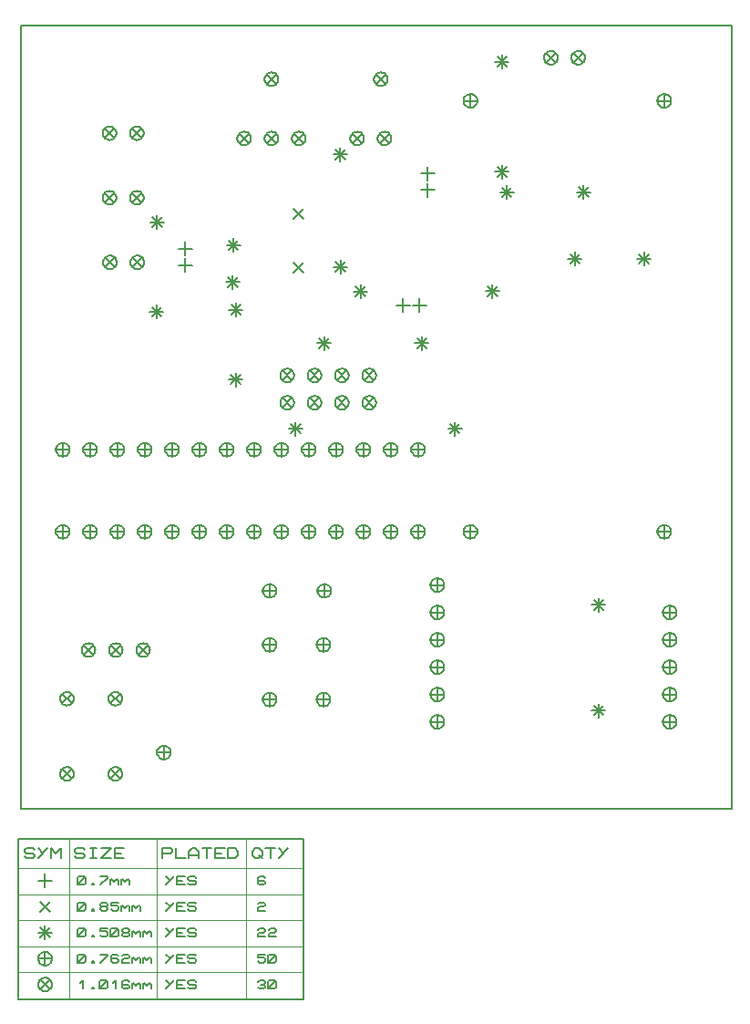
<source format=gbr>
G04 PROTEUS RS274X GERBER FILE*
%FSLAX45Y45*%
%MOMM*%
G01*
%ADD20C,0.203200*%
%ADD58C,0.127000*%
%ADD59C,0.063500*%
D20*
X+1297627Y+4718899D02*
X+1297627Y+4591899D01*
X+1234127Y+4655399D02*
X+1361127Y+4655399D01*
X+1252726Y+4700300D02*
X+1342528Y+4610498D01*
X+1252726Y+4610498D02*
X+1342528Y+4700300D01*
X+1300376Y+5549072D02*
X+1300376Y+5422072D01*
X+1236876Y+5485572D02*
X+1363876Y+5485572D01*
X+1255475Y+5530473D02*
X+1345277Y+5440671D01*
X+1255475Y+5440671D02*
X+1345277Y+5530473D01*
X+2852969Y+4427054D02*
X+2852969Y+4300054D01*
X+2789469Y+4363554D02*
X+2916469Y+4363554D01*
X+2808068Y+4408455D02*
X+2897870Y+4318653D01*
X+2808068Y+4318653D02*
X+2897870Y+4408455D01*
X+3761749Y+4427054D02*
X+3761749Y+4300054D01*
X+3698249Y+4363554D02*
X+3825249Y+4363554D01*
X+3716848Y+4408455D02*
X+3806650Y+4318653D01*
X+3716848Y+4318653D02*
X+3806650Y+4408455D01*
X+2589378Y+3632947D02*
X+2589378Y+3505947D01*
X+2525878Y+3569447D02*
X+2652878Y+3569447D01*
X+2544477Y+3614348D02*
X+2634279Y+3524546D01*
X+2544477Y+3524546D02*
X+2634279Y+3614348D01*
X+4068499Y+3632947D02*
X+4068499Y+3505947D01*
X+4004999Y+3569447D02*
X+4131999Y+3569447D01*
X+4023598Y+3614348D02*
X+4113400Y+3524546D01*
X+4023598Y+3524546D02*
X+4113400Y+3614348D01*
X+5183326Y+5209845D02*
X+5183326Y+5082845D01*
X+5119826Y+5146345D02*
X+5246826Y+5146345D01*
X+5138425Y+5191246D02*
X+5228227Y+5101444D01*
X+5138425Y+5101444D02*
X+5228227Y+5191246D01*
X+5825623Y+5209845D02*
X+5825623Y+5082845D01*
X+5762123Y+5146345D02*
X+5889123Y+5146345D01*
X+5780722Y+5191246D02*
X+5870524Y+5101444D01*
X+5780722Y+5101444D02*
X+5870524Y+5191246D01*
X+2034157Y+4736326D02*
X+2034157Y+4609326D01*
X+1970657Y+4672826D02*
X+2097657Y+4672826D01*
X+1989256Y+4717727D02*
X+2079058Y+4627925D01*
X+1989256Y+4627925D02*
X+2079058Y+4717727D01*
X+2031221Y+4090315D02*
X+2031221Y+3963315D01*
X+1967721Y+4026815D02*
X+2094721Y+4026815D01*
X+1986320Y+4071716D02*
X+2076122Y+3981914D01*
X+1986320Y+3981914D02*
X+2076122Y+4071716D01*
X+4549975Y+5827582D02*
X+4549975Y+5700582D01*
X+4486475Y+5764082D02*
X+4613475Y+5764082D01*
X+4505074Y+5808983D02*
X+4594876Y+5719181D01*
X+4505074Y+5719181D02*
X+4594876Y+5808983D01*
X+5262570Y+5828235D02*
X+5262570Y+5701235D01*
X+5199070Y+5764735D02*
X+5326070Y+5764735D01*
X+5217669Y+5809636D02*
X+5307471Y+5719834D01*
X+5217669Y+5719834D02*
X+5307471Y+5809636D01*
X+5403855Y+1995620D02*
X+5403855Y+1868620D01*
X+5340355Y+1932120D02*
X+5467355Y+1932120D01*
X+5358954Y+1977021D02*
X+5448756Y+1887219D01*
X+5358954Y+1887219D02*
X+5448756Y+1977021D01*
X+5403855Y+1016662D02*
X+5403855Y+889662D01*
X+5340355Y+953162D02*
X+5467355Y+953162D01*
X+5358954Y+998063D02*
X+5448756Y+908261D01*
X+5358954Y+908261D02*
X+5448756Y+998063D01*
X+4505949Y+6017730D02*
X+4505949Y+5890730D01*
X+4442449Y+5954230D02*
X+4569449Y+5954230D01*
X+4461048Y+5999131D02*
X+4550850Y+5909329D01*
X+4461048Y+5909329D02*
X+4550850Y+5999131D01*
X+4505949Y+7040848D02*
X+4505949Y+6913848D01*
X+4442449Y+6977348D02*
X+4569449Y+6977348D01*
X+4461048Y+7022249D02*
X+4550850Y+6932447D01*
X+4461048Y+6932447D02*
X+4550850Y+7022249D01*
X+3192242Y+4906438D02*
X+3192242Y+4779438D01*
X+3128742Y+4842938D02*
X+3255742Y+4842938D01*
X+3147341Y+4887839D02*
X+3237143Y+4798037D01*
X+3147341Y+4798037D02*
X+3237143Y+4887839D01*
X+4417347Y+4908433D02*
X+4417347Y+4781433D01*
X+4353847Y+4844933D02*
X+4480847Y+4844933D01*
X+4372446Y+4889834D02*
X+4462248Y+4800032D01*
X+4372446Y+4800032D02*
X+4462248Y+4889834D01*
X+2004911Y+4994964D02*
X+2004911Y+4867964D01*
X+1941411Y+4931464D02*
X+2068411Y+4931464D01*
X+1960010Y+4976365D02*
X+2049812Y+4886563D01*
X+1960010Y+4886563D02*
X+2049812Y+4976365D01*
X+2010902Y+5336426D02*
X+2010902Y+5209426D01*
X+1947402Y+5272926D02*
X+2074402Y+5272926D01*
X+1966001Y+5317827D02*
X+2055803Y+5228025D01*
X+1966001Y+5228025D02*
X+2055803Y+5317827D01*
X+3004664Y+5136009D02*
X+3004664Y+5009009D01*
X+2941164Y+5072509D02*
X+3068164Y+5072509D01*
X+2959763Y+5117410D02*
X+3049565Y+5027608D01*
X+2959763Y+5027608D02*
X+3049565Y+5117410D01*
X+3004160Y+6177957D02*
X+3004160Y+6050957D01*
X+2940660Y+6114457D02*
X+3067660Y+6114457D01*
X+2959259Y+6159358D02*
X+3049061Y+6069556D01*
X+2959259Y+6069556D02*
X+3049061Y+6159358D01*
X+487101Y+2613126D02*
X+486884Y+2618373D01*
X+485119Y+2628868D01*
X+481427Y+2639363D01*
X+475399Y+2649858D01*
X+466177Y+2660238D01*
X+455682Y+2667926D01*
X+445187Y+2672844D01*
X+434692Y+2675650D01*
X+424197Y+2676623D01*
X+423601Y+2676626D01*
X+360101Y+2613126D02*
X+360318Y+2618373D01*
X+362083Y+2628868D01*
X+365775Y+2639363D01*
X+371803Y+2649858D01*
X+381025Y+2660238D01*
X+391520Y+2667926D01*
X+402015Y+2672844D01*
X+412510Y+2675650D01*
X+423005Y+2676623D01*
X+423601Y+2676626D01*
X+360101Y+2613126D02*
X+360318Y+2607879D01*
X+362083Y+2597384D01*
X+365775Y+2586889D01*
X+371803Y+2576394D01*
X+381025Y+2566014D01*
X+391520Y+2558326D01*
X+402015Y+2553408D01*
X+412510Y+2550602D01*
X+423005Y+2549629D01*
X+423601Y+2549626D01*
X+487101Y+2613126D02*
X+486884Y+2607879D01*
X+485119Y+2597384D01*
X+481427Y+2586889D01*
X+475399Y+2576394D01*
X+466177Y+2566014D01*
X+455682Y+2558326D01*
X+445187Y+2553408D01*
X+434692Y+2550602D01*
X+424197Y+2549629D01*
X+423601Y+2549626D01*
X+423601Y+2676626D02*
X+423601Y+2549626D01*
X+360101Y+2613126D02*
X+487101Y+2613126D01*
X+741101Y+2613126D02*
X+740884Y+2618373D01*
X+739119Y+2628868D01*
X+735427Y+2639363D01*
X+729399Y+2649858D01*
X+720177Y+2660238D01*
X+709682Y+2667926D01*
X+699187Y+2672844D01*
X+688692Y+2675650D01*
X+678197Y+2676623D01*
X+677601Y+2676626D01*
X+614101Y+2613126D02*
X+614318Y+2618373D01*
X+616083Y+2628868D01*
X+619775Y+2639363D01*
X+625803Y+2649858D01*
X+635025Y+2660238D01*
X+645520Y+2667926D01*
X+656015Y+2672844D01*
X+666510Y+2675650D01*
X+677005Y+2676623D01*
X+677601Y+2676626D01*
X+614101Y+2613126D02*
X+614318Y+2607879D01*
X+616083Y+2597384D01*
X+619775Y+2586889D01*
X+625803Y+2576394D01*
X+635025Y+2566014D01*
X+645520Y+2558326D01*
X+656015Y+2553408D01*
X+666510Y+2550602D01*
X+677005Y+2549629D01*
X+677601Y+2549626D01*
X+741101Y+2613126D02*
X+740884Y+2607879D01*
X+739119Y+2597384D01*
X+735427Y+2586889D01*
X+729399Y+2576394D01*
X+720177Y+2566014D01*
X+709682Y+2558326D01*
X+699187Y+2553408D01*
X+688692Y+2550602D01*
X+678197Y+2549629D01*
X+677601Y+2549626D01*
X+677601Y+2676626D02*
X+677601Y+2549626D01*
X+614101Y+2613126D02*
X+741101Y+2613126D01*
X+995101Y+2613126D02*
X+994884Y+2618373D01*
X+993119Y+2628868D01*
X+989427Y+2639363D01*
X+983399Y+2649858D01*
X+974177Y+2660238D01*
X+963682Y+2667926D01*
X+953187Y+2672844D01*
X+942692Y+2675650D01*
X+932197Y+2676623D01*
X+931601Y+2676626D01*
X+868101Y+2613126D02*
X+868318Y+2618373D01*
X+870083Y+2628868D01*
X+873775Y+2639363D01*
X+879803Y+2649858D01*
X+889025Y+2660238D01*
X+899520Y+2667926D01*
X+910015Y+2672844D01*
X+920510Y+2675650D01*
X+931005Y+2676623D01*
X+931601Y+2676626D01*
X+868101Y+2613126D02*
X+868318Y+2607879D01*
X+870083Y+2597384D01*
X+873775Y+2586889D01*
X+879803Y+2576394D01*
X+889025Y+2566014D01*
X+899520Y+2558326D01*
X+910015Y+2553408D01*
X+920510Y+2550602D01*
X+931005Y+2549629D01*
X+931601Y+2549626D01*
X+995101Y+2613126D02*
X+994884Y+2607879D01*
X+993119Y+2597384D01*
X+989427Y+2586889D01*
X+983399Y+2576394D01*
X+974177Y+2566014D01*
X+963682Y+2558326D01*
X+953187Y+2553408D01*
X+942692Y+2550602D01*
X+932197Y+2549629D01*
X+931601Y+2549626D01*
X+931601Y+2676626D02*
X+931601Y+2549626D01*
X+868101Y+2613126D02*
X+995101Y+2613126D01*
X+1249101Y+2613126D02*
X+1248884Y+2618373D01*
X+1247119Y+2628868D01*
X+1243427Y+2639363D01*
X+1237399Y+2649858D01*
X+1228177Y+2660238D01*
X+1217682Y+2667926D01*
X+1207187Y+2672844D01*
X+1196692Y+2675650D01*
X+1186197Y+2676623D01*
X+1185601Y+2676626D01*
X+1122101Y+2613126D02*
X+1122318Y+2618373D01*
X+1124083Y+2628868D01*
X+1127775Y+2639363D01*
X+1133803Y+2649858D01*
X+1143025Y+2660238D01*
X+1153520Y+2667926D01*
X+1164015Y+2672844D01*
X+1174510Y+2675650D01*
X+1185005Y+2676623D01*
X+1185601Y+2676626D01*
X+1122101Y+2613126D02*
X+1122318Y+2607879D01*
X+1124083Y+2597384D01*
X+1127775Y+2586889D01*
X+1133803Y+2576394D01*
X+1143025Y+2566014D01*
X+1153520Y+2558326D01*
X+1164015Y+2553408D01*
X+1174510Y+2550602D01*
X+1185005Y+2549629D01*
X+1185601Y+2549626D01*
X+1249101Y+2613126D02*
X+1248884Y+2607879D01*
X+1247119Y+2597384D01*
X+1243427Y+2586889D01*
X+1237399Y+2576394D01*
X+1228177Y+2566014D01*
X+1217682Y+2558326D01*
X+1207187Y+2553408D01*
X+1196692Y+2550602D01*
X+1186197Y+2549629D01*
X+1185601Y+2549626D01*
X+1185601Y+2676626D02*
X+1185601Y+2549626D01*
X+1122101Y+2613126D02*
X+1249101Y+2613126D01*
X+1503101Y+2613126D02*
X+1502884Y+2618373D01*
X+1501119Y+2628868D01*
X+1497427Y+2639363D01*
X+1491399Y+2649858D01*
X+1482177Y+2660238D01*
X+1471682Y+2667926D01*
X+1461187Y+2672844D01*
X+1450692Y+2675650D01*
X+1440197Y+2676623D01*
X+1439601Y+2676626D01*
X+1376101Y+2613126D02*
X+1376318Y+2618373D01*
X+1378083Y+2628868D01*
X+1381775Y+2639363D01*
X+1387803Y+2649858D01*
X+1397025Y+2660238D01*
X+1407520Y+2667926D01*
X+1418015Y+2672844D01*
X+1428510Y+2675650D01*
X+1439005Y+2676623D01*
X+1439601Y+2676626D01*
X+1376101Y+2613126D02*
X+1376318Y+2607879D01*
X+1378083Y+2597384D01*
X+1381775Y+2586889D01*
X+1387803Y+2576394D01*
X+1397025Y+2566014D01*
X+1407520Y+2558326D01*
X+1418015Y+2553408D01*
X+1428510Y+2550602D01*
X+1439005Y+2549629D01*
X+1439601Y+2549626D01*
X+1503101Y+2613126D02*
X+1502884Y+2607879D01*
X+1501119Y+2597384D01*
X+1497427Y+2586889D01*
X+1491399Y+2576394D01*
X+1482177Y+2566014D01*
X+1471682Y+2558326D01*
X+1461187Y+2553408D01*
X+1450692Y+2550602D01*
X+1440197Y+2549629D01*
X+1439601Y+2549626D01*
X+1439601Y+2676626D02*
X+1439601Y+2549626D01*
X+1376101Y+2613126D02*
X+1503101Y+2613126D01*
X+1757101Y+2613126D02*
X+1756884Y+2618373D01*
X+1755119Y+2628868D01*
X+1751427Y+2639363D01*
X+1745399Y+2649858D01*
X+1736177Y+2660238D01*
X+1725682Y+2667926D01*
X+1715187Y+2672844D01*
X+1704692Y+2675650D01*
X+1694197Y+2676623D01*
X+1693601Y+2676626D01*
X+1630101Y+2613126D02*
X+1630318Y+2618373D01*
X+1632083Y+2628868D01*
X+1635775Y+2639363D01*
X+1641803Y+2649858D01*
X+1651025Y+2660238D01*
X+1661520Y+2667926D01*
X+1672015Y+2672844D01*
X+1682510Y+2675650D01*
X+1693005Y+2676623D01*
X+1693601Y+2676626D01*
X+1630101Y+2613126D02*
X+1630318Y+2607879D01*
X+1632083Y+2597384D01*
X+1635775Y+2586889D01*
X+1641803Y+2576394D01*
X+1651025Y+2566014D01*
X+1661520Y+2558326D01*
X+1672015Y+2553408D01*
X+1682510Y+2550602D01*
X+1693005Y+2549629D01*
X+1693601Y+2549626D01*
X+1757101Y+2613126D02*
X+1756884Y+2607879D01*
X+1755119Y+2597384D01*
X+1751427Y+2586889D01*
X+1745399Y+2576394D01*
X+1736177Y+2566014D01*
X+1725682Y+2558326D01*
X+1715187Y+2553408D01*
X+1704692Y+2550602D01*
X+1694197Y+2549629D01*
X+1693601Y+2549626D01*
X+1693601Y+2676626D02*
X+1693601Y+2549626D01*
X+1630101Y+2613126D02*
X+1757101Y+2613126D01*
X+2011101Y+2613126D02*
X+2010884Y+2618373D01*
X+2009119Y+2628868D01*
X+2005427Y+2639363D01*
X+1999399Y+2649858D01*
X+1990177Y+2660238D01*
X+1979682Y+2667926D01*
X+1969187Y+2672844D01*
X+1958692Y+2675650D01*
X+1948197Y+2676623D01*
X+1947601Y+2676626D01*
X+1884101Y+2613126D02*
X+1884318Y+2618373D01*
X+1886083Y+2628868D01*
X+1889775Y+2639363D01*
X+1895803Y+2649858D01*
X+1905025Y+2660238D01*
X+1915520Y+2667926D01*
X+1926015Y+2672844D01*
X+1936510Y+2675650D01*
X+1947005Y+2676623D01*
X+1947601Y+2676626D01*
X+1884101Y+2613126D02*
X+1884318Y+2607879D01*
X+1886083Y+2597384D01*
X+1889775Y+2586889D01*
X+1895803Y+2576394D01*
X+1905025Y+2566014D01*
X+1915520Y+2558326D01*
X+1926015Y+2553408D01*
X+1936510Y+2550602D01*
X+1947005Y+2549629D01*
X+1947601Y+2549626D01*
X+2011101Y+2613126D02*
X+2010884Y+2607879D01*
X+2009119Y+2597384D01*
X+2005427Y+2586889D01*
X+1999399Y+2576394D01*
X+1990177Y+2566014D01*
X+1979682Y+2558326D01*
X+1969187Y+2553408D01*
X+1958692Y+2550602D01*
X+1948197Y+2549629D01*
X+1947601Y+2549626D01*
X+1947601Y+2676626D02*
X+1947601Y+2549626D01*
X+1884101Y+2613126D02*
X+2011101Y+2613126D01*
X+2265101Y+2613126D02*
X+2264884Y+2618373D01*
X+2263119Y+2628868D01*
X+2259427Y+2639363D01*
X+2253399Y+2649858D01*
X+2244177Y+2660238D01*
X+2233682Y+2667926D01*
X+2223187Y+2672844D01*
X+2212692Y+2675650D01*
X+2202197Y+2676623D01*
X+2201601Y+2676626D01*
X+2138101Y+2613126D02*
X+2138318Y+2618373D01*
X+2140083Y+2628868D01*
X+2143775Y+2639363D01*
X+2149803Y+2649858D01*
X+2159025Y+2660238D01*
X+2169520Y+2667926D01*
X+2180015Y+2672844D01*
X+2190510Y+2675650D01*
X+2201005Y+2676623D01*
X+2201601Y+2676626D01*
X+2138101Y+2613126D02*
X+2138318Y+2607879D01*
X+2140083Y+2597384D01*
X+2143775Y+2586889D01*
X+2149803Y+2576394D01*
X+2159025Y+2566014D01*
X+2169520Y+2558326D01*
X+2180015Y+2553408D01*
X+2190510Y+2550602D01*
X+2201005Y+2549629D01*
X+2201601Y+2549626D01*
X+2265101Y+2613126D02*
X+2264884Y+2607879D01*
X+2263119Y+2597384D01*
X+2259427Y+2586889D01*
X+2253399Y+2576394D01*
X+2244177Y+2566014D01*
X+2233682Y+2558326D01*
X+2223187Y+2553408D01*
X+2212692Y+2550602D01*
X+2202197Y+2549629D01*
X+2201601Y+2549626D01*
X+2201601Y+2676626D02*
X+2201601Y+2549626D01*
X+2138101Y+2613126D02*
X+2265101Y+2613126D01*
X+2519101Y+2613126D02*
X+2518884Y+2618373D01*
X+2517119Y+2628868D01*
X+2513427Y+2639363D01*
X+2507399Y+2649858D01*
X+2498177Y+2660238D01*
X+2487682Y+2667926D01*
X+2477187Y+2672844D01*
X+2466692Y+2675650D01*
X+2456197Y+2676623D01*
X+2455601Y+2676626D01*
X+2392101Y+2613126D02*
X+2392318Y+2618373D01*
X+2394083Y+2628868D01*
X+2397775Y+2639363D01*
X+2403803Y+2649858D01*
X+2413025Y+2660238D01*
X+2423520Y+2667926D01*
X+2434015Y+2672844D01*
X+2444510Y+2675650D01*
X+2455005Y+2676623D01*
X+2455601Y+2676626D01*
X+2392101Y+2613126D02*
X+2392318Y+2607879D01*
X+2394083Y+2597384D01*
X+2397775Y+2586889D01*
X+2403803Y+2576394D01*
X+2413025Y+2566014D01*
X+2423520Y+2558326D01*
X+2434015Y+2553408D01*
X+2444510Y+2550602D01*
X+2455005Y+2549629D01*
X+2455601Y+2549626D01*
X+2519101Y+2613126D02*
X+2518884Y+2607879D01*
X+2517119Y+2597384D01*
X+2513427Y+2586889D01*
X+2507399Y+2576394D01*
X+2498177Y+2566014D01*
X+2487682Y+2558326D01*
X+2477187Y+2553408D01*
X+2466692Y+2550602D01*
X+2456197Y+2549629D01*
X+2455601Y+2549626D01*
X+2455601Y+2676626D02*
X+2455601Y+2549626D01*
X+2392101Y+2613126D02*
X+2519101Y+2613126D01*
X+2773101Y+2613126D02*
X+2772884Y+2618373D01*
X+2771119Y+2628868D01*
X+2767427Y+2639363D01*
X+2761399Y+2649858D01*
X+2752177Y+2660238D01*
X+2741682Y+2667926D01*
X+2731187Y+2672844D01*
X+2720692Y+2675650D01*
X+2710197Y+2676623D01*
X+2709601Y+2676626D01*
X+2646101Y+2613126D02*
X+2646318Y+2618373D01*
X+2648083Y+2628868D01*
X+2651775Y+2639363D01*
X+2657803Y+2649858D01*
X+2667025Y+2660238D01*
X+2677520Y+2667926D01*
X+2688015Y+2672844D01*
X+2698510Y+2675650D01*
X+2709005Y+2676623D01*
X+2709601Y+2676626D01*
X+2646101Y+2613126D02*
X+2646318Y+2607879D01*
X+2648083Y+2597384D01*
X+2651775Y+2586889D01*
X+2657803Y+2576394D01*
X+2667025Y+2566014D01*
X+2677520Y+2558326D01*
X+2688015Y+2553408D01*
X+2698510Y+2550602D01*
X+2709005Y+2549629D01*
X+2709601Y+2549626D01*
X+2773101Y+2613126D02*
X+2772884Y+2607879D01*
X+2771119Y+2597384D01*
X+2767427Y+2586889D01*
X+2761399Y+2576394D01*
X+2752177Y+2566014D01*
X+2741682Y+2558326D01*
X+2731187Y+2553408D01*
X+2720692Y+2550602D01*
X+2710197Y+2549629D01*
X+2709601Y+2549626D01*
X+2709601Y+2676626D02*
X+2709601Y+2549626D01*
X+2646101Y+2613126D02*
X+2773101Y+2613126D01*
X+3027101Y+2613126D02*
X+3026884Y+2618373D01*
X+3025119Y+2628868D01*
X+3021427Y+2639363D01*
X+3015399Y+2649858D01*
X+3006177Y+2660238D01*
X+2995682Y+2667926D01*
X+2985187Y+2672844D01*
X+2974692Y+2675650D01*
X+2964197Y+2676623D01*
X+2963601Y+2676626D01*
X+2900101Y+2613126D02*
X+2900318Y+2618373D01*
X+2902083Y+2628868D01*
X+2905775Y+2639363D01*
X+2911803Y+2649858D01*
X+2921025Y+2660238D01*
X+2931520Y+2667926D01*
X+2942015Y+2672844D01*
X+2952510Y+2675650D01*
X+2963005Y+2676623D01*
X+2963601Y+2676626D01*
X+2900101Y+2613126D02*
X+2900318Y+2607879D01*
X+2902083Y+2597384D01*
X+2905775Y+2586889D01*
X+2911803Y+2576394D01*
X+2921025Y+2566014D01*
X+2931520Y+2558326D01*
X+2942015Y+2553408D01*
X+2952510Y+2550602D01*
X+2963005Y+2549629D01*
X+2963601Y+2549626D01*
X+3027101Y+2613126D02*
X+3026884Y+2607879D01*
X+3025119Y+2597384D01*
X+3021427Y+2586889D01*
X+3015399Y+2576394D01*
X+3006177Y+2566014D01*
X+2995682Y+2558326D01*
X+2985187Y+2553408D01*
X+2974692Y+2550602D01*
X+2964197Y+2549629D01*
X+2963601Y+2549626D01*
X+2963601Y+2676626D02*
X+2963601Y+2549626D01*
X+2900101Y+2613126D02*
X+3027101Y+2613126D01*
X+3281101Y+2613126D02*
X+3280884Y+2618373D01*
X+3279119Y+2628868D01*
X+3275427Y+2639363D01*
X+3269399Y+2649858D01*
X+3260177Y+2660238D01*
X+3249682Y+2667926D01*
X+3239187Y+2672844D01*
X+3228692Y+2675650D01*
X+3218197Y+2676623D01*
X+3217601Y+2676626D01*
X+3154101Y+2613126D02*
X+3154318Y+2618373D01*
X+3156083Y+2628868D01*
X+3159775Y+2639363D01*
X+3165803Y+2649858D01*
X+3175025Y+2660238D01*
X+3185520Y+2667926D01*
X+3196015Y+2672844D01*
X+3206510Y+2675650D01*
X+3217005Y+2676623D01*
X+3217601Y+2676626D01*
X+3154101Y+2613126D02*
X+3154318Y+2607879D01*
X+3156083Y+2597384D01*
X+3159775Y+2586889D01*
X+3165803Y+2576394D01*
X+3175025Y+2566014D01*
X+3185520Y+2558326D01*
X+3196015Y+2553408D01*
X+3206510Y+2550602D01*
X+3217005Y+2549629D01*
X+3217601Y+2549626D01*
X+3281101Y+2613126D02*
X+3280884Y+2607879D01*
X+3279119Y+2597384D01*
X+3275427Y+2586889D01*
X+3269399Y+2576394D01*
X+3260177Y+2566014D01*
X+3249682Y+2558326D01*
X+3239187Y+2553408D01*
X+3228692Y+2550602D01*
X+3218197Y+2549629D01*
X+3217601Y+2549626D01*
X+3217601Y+2676626D02*
X+3217601Y+2549626D01*
X+3154101Y+2613126D02*
X+3281101Y+2613126D01*
X+3535101Y+2613126D02*
X+3534884Y+2618373D01*
X+3533119Y+2628868D01*
X+3529427Y+2639363D01*
X+3523399Y+2649858D01*
X+3514177Y+2660238D01*
X+3503682Y+2667926D01*
X+3493187Y+2672844D01*
X+3482692Y+2675650D01*
X+3472197Y+2676623D01*
X+3471601Y+2676626D01*
X+3408101Y+2613126D02*
X+3408318Y+2618373D01*
X+3410083Y+2628868D01*
X+3413775Y+2639363D01*
X+3419803Y+2649858D01*
X+3429025Y+2660238D01*
X+3439520Y+2667926D01*
X+3450015Y+2672844D01*
X+3460510Y+2675650D01*
X+3471005Y+2676623D01*
X+3471601Y+2676626D01*
X+3408101Y+2613126D02*
X+3408318Y+2607879D01*
X+3410083Y+2597384D01*
X+3413775Y+2586889D01*
X+3419803Y+2576394D01*
X+3429025Y+2566014D01*
X+3439520Y+2558326D01*
X+3450015Y+2553408D01*
X+3460510Y+2550602D01*
X+3471005Y+2549629D01*
X+3471601Y+2549626D01*
X+3535101Y+2613126D02*
X+3534884Y+2607879D01*
X+3533119Y+2597384D01*
X+3529427Y+2586889D01*
X+3523399Y+2576394D01*
X+3514177Y+2566014D01*
X+3503682Y+2558326D01*
X+3493187Y+2553408D01*
X+3482692Y+2550602D01*
X+3472197Y+2549629D01*
X+3471601Y+2549626D01*
X+3471601Y+2676626D02*
X+3471601Y+2549626D01*
X+3408101Y+2613126D02*
X+3535101Y+2613126D01*
X+3789101Y+2613126D02*
X+3788884Y+2618373D01*
X+3787119Y+2628868D01*
X+3783427Y+2639363D01*
X+3777399Y+2649858D01*
X+3768177Y+2660238D01*
X+3757682Y+2667926D01*
X+3747187Y+2672844D01*
X+3736692Y+2675650D01*
X+3726197Y+2676623D01*
X+3725601Y+2676626D01*
X+3662101Y+2613126D02*
X+3662318Y+2618373D01*
X+3664083Y+2628868D01*
X+3667775Y+2639363D01*
X+3673803Y+2649858D01*
X+3683025Y+2660238D01*
X+3693520Y+2667926D01*
X+3704015Y+2672844D01*
X+3714510Y+2675650D01*
X+3725005Y+2676623D01*
X+3725601Y+2676626D01*
X+3662101Y+2613126D02*
X+3662318Y+2607879D01*
X+3664083Y+2597384D01*
X+3667775Y+2586889D01*
X+3673803Y+2576394D01*
X+3683025Y+2566014D01*
X+3693520Y+2558326D01*
X+3704015Y+2553408D01*
X+3714510Y+2550602D01*
X+3725005Y+2549629D01*
X+3725601Y+2549626D01*
X+3789101Y+2613126D02*
X+3788884Y+2607879D01*
X+3787119Y+2597384D01*
X+3783427Y+2586889D01*
X+3777399Y+2576394D01*
X+3768177Y+2566014D01*
X+3757682Y+2558326D01*
X+3747187Y+2553408D01*
X+3736692Y+2550602D01*
X+3726197Y+2549629D01*
X+3725601Y+2549626D01*
X+3725601Y+2676626D02*
X+3725601Y+2549626D01*
X+3662101Y+2613126D02*
X+3789101Y+2613126D01*
X+3789101Y+3375126D02*
X+3788884Y+3380373D01*
X+3787119Y+3390868D01*
X+3783427Y+3401363D01*
X+3777399Y+3411858D01*
X+3768177Y+3422238D01*
X+3757682Y+3429926D01*
X+3747187Y+3434844D01*
X+3736692Y+3437650D01*
X+3726197Y+3438623D01*
X+3725601Y+3438626D01*
X+3662101Y+3375126D02*
X+3662318Y+3380373D01*
X+3664083Y+3390868D01*
X+3667775Y+3401363D01*
X+3673803Y+3411858D01*
X+3683025Y+3422238D01*
X+3693520Y+3429926D01*
X+3704015Y+3434844D01*
X+3714510Y+3437650D01*
X+3725005Y+3438623D01*
X+3725601Y+3438626D01*
X+3662101Y+3375126D02*
X+3662318Y+3369879D01*
X+3664083Y+3359384D01*
X+3667775Y+3348889D01*
X+3673803Y+3338394D01*
X+3683025Y+3328014D01*
X+3693520Y+3320326D01*
X+3704015Y+3315408D01*
X+3714510Y+3312602D01*
X+3725005Y+3311629D01*
X+3725601Y+3311626D01*
X+3789101Y+3375126D02*
X+3788884Y+3369879D01*
X+3787119Y+3359384D01*
X+3783427Y+3348889D01*
X+3777399Y+3338394D01*
X+3768177Y+3328014D01*
X+3757682Y+3320326D01*
X+3747187Y+3315408D01*
X+3736692Y+3312602D01*
X+3726197Y+3311629D01*
X+3725601Y+3311626D01*
X+3725601Y+3438626D02*
X+3725601Y+3311626D01*
X+3662101Y+3375126D02*
X+3789101Y+3375126D01*
X+3535101Y+3375126D02*
X+3534884Y+3380373D01*
X+3533119Y+3390868D01*
X+3529427Y+3401363D01*
X+3523399Y+3411858D01*
X+3514177Y+3422238D01*
X+3503682Y+3429926D01*
X+3493187Y+3434844D01*
X+3482692Y+3437650D01*
X+3472197Y+3438623D01*
X+3471601Y+3438626D01*
X+3408101Y+3375126D02*
X+3408318Y+3380373D01*
X+3410083Y+3390868D01*
X+3413775Y+3401363D01*
X+3419803Y+3411858D01*
X+3429025Y+3422238D01*
X+3439520Y+3429926D01*
X+3450015Y+3434844D01*
X+3460510Y+3437650D01*
X+3471005Y+3438623D01*
X+3471601Y+3438626D01*
X+3408101Y+3375126D02*
X+3408318Y+3369879D01*
X+3410083Y+3359384D01*
X+3413775Y+3348889D01*
X+3419803Y+3338394D01*
X+3429025Y+3328014D01*
X+3439520Y+3320326D01*
X+3450015Y+3315408D01*
X+3460510Y+3312602D01*
X+3471005Y+3311629D01*
X+3471601Y+3311626D01*
X+3535101Y+3375126D02*
X+3534884Y+3369879D01*
X+3533119Y+3359384D01*
X+3529427Y+3348889D01*
X+3523399Y+3338394D01*
X+3514177Y+3328014D01*
X+3503682Y+3320326D01*
X+3493187Y+3315408D01*
X+3482692Y+3312602D01*
X+3472197Y+3311629D01*
X+3471601Y+3311626D01*
X+3471601Y+3438626D02*
X+3471601Y+3311626D01*
X+3408101Y+3375126D02*
X+3535101Y+3375126D01*
X+3281101Y+3375126D02*
X+3280884Y+3380373D01*
X+3279119Y+3390868D01*
X+3275427Y+3401363D01*
X+3269399Y+3411858D01*
X+3260177Y+3422238D01*
X+3249682Y+3429926D01*
X+3239187Y+3434844D01*
X+3228692Y+3437650D01*
X+3218197Y+3438623D01*
X+3217601Y+3438626D01*
X+3154101Y+3375126D02*
X+3154318Y+3380373D01*
X+3156083Y+3390868D01*
X+3159775Y+3401363D01*
X+3165803Y+3411858D01*
X+3175025Y+3422238D01*
X+3185520Y+3429926D01*
X+3196015Y+3434844D01*
X+3206510Y+3437650D01*
X+3217005Y+3438623D01*
X+3217601Y+3438626D01*
X+3154101Y+3375126D02*
X+3154318Y+3369879D01*
X+3156083Y+3359384D01*
X+3159775Y+3348889D01*
X+3165803Y+3338394D01*
X+3175025Y+3328014D01*
X+3185520Y+3320326D01*
X+3196015Y+3315408D01*
X+3206510Y+3312602D01*
X+3217005Y+3311629D01*
X+3217601Y+3311626D01*
X+3281101Y+3375126D02*
X+3280884Y+3369879D01*
X+3279119Y+3359384D01*
X+3275427Y+3348889D01*
X+3269399Y+3338394D01*
X+3260177Y+3328014D01*
X+3249682Y+3320326D01*
X+3239187Y+3315408D01*
X+3228692Y+3312602D01*
X+3218197Y+3311629D01*
X+3217601Y+3311626D01*
X+3217601Y+3438626D02*
X+3217601Y+3311626D01*
X+3154101Y+3375126D02*
X+3281101Y+3375126D01*
X+3027101Y+3375126D02*
X+3026884Y+3380373D01*
X+3025119Y+3390868D01*
X+3021427Y+3401363D01*
X+3015399Y+3411858D01*
X+3006177Y+3422238D01*
X+2995682Y+3429926D01*
X+2985187Y+3434844D01*
X+2974692Y+3437650D01*
X+2964197Y+3438623D01*
X+2963601Y+3438626D01*
X+2900101Y+3375126D02*
X+2900318Y+3380373D01*
X+2902083Y+3390868D01*
X+2905775Y+3401363D01*
X+2911803Y+3411858D01*
X+2921025Y+3422238D01*
X+2931520Y+3429926D01*
X+2942015Y+3434844D01*
X+2952510Y+3437650D01*
X+2963005Y+3438623D01*
X+2963601Y+3438626D01*
X+2900101Y+3375126D02*
X+2900318Y+3369879D01*
X+2902083Y+3359384D01*
X+2905775Y+3348889D01*
X+2911803Y+3338394D01*
X+2921025Y+3328014D01*
X+2931520Y+3320326D01*
X+2942015Y+3315408D01*
X+2952510Y+3312602D01*
X+2963005Y+3311629D01*
X+2963601Y+3311626D01*
X+3027101Y+3375126D02*
X+3026884Y+3369879D01*
X+3025119Y+3359384D01*
X+3021427Y+3348889D01*
X+3015399Y+3338394D01*
X+3006177Y+3328014D01*
X+2995682Y+3320326D01*
X+2985187Y+3315408D01*
X+2974692Y+3312602D01*
X+2964197Y+3311629D01*
X+2963601Y+3311626D01*
X+2963601Y+3438626D02*
X+2963601Y+3311626D01*
X+2900101Y+3375126D02*
X+3027101Y+3375126D01*
X+2773101Y+3375126D02*
X+2772884Y+3380373D01*
X+2771119Y+3390868D01*
X+2767427Y+3401363D01*
X+2761399Y+3411858D01*
X+2752177Y+3422238D01*
X+2741682Y+3429926D01*
X+2731187Y+3434844D01*
X+2720692Y+3437650D01*
X+2710197Y+3438623D01*
X+2709601Y+3438626D01*
X+2646101Y+3375126D02*
X+2646318Y+3380373D01*
X+2648083Y+3390868D01*
X+2651775Y+3401363D01*
X+2657803Y+3411858D01*
X+2667025Y+3422238D01*
X+2677520Y+3429926D01*
X+2688015Y+3434844D01*
X+2698510Y+3437650D01*
X+2709005Y+3438623D01*
X+2709601Y+3438626D01*
X+2646101Y+3375126D02*
X+2646318Y+3369879D01*
X+2648083Y+3359384D01*
X+2651775Y+3348889D01*
X+2657803Y+3338394D01*
X+2667025Y+3328014D01*
X+2677520Y+3320326D01*
X+2688015Y+3315408D01*
X+2698510Y+3312602D01*
X+2709005Y+3311629D01*
X+2709601Y+3311626D01*
X+2773101Y+3375126D02*
X+2772884Y+3369879D01*
X+2771119Y+3359384D01*
X+2767427Y+3348889D01*
X+2761399Y+3338394D01*
X+2752177Y+3328014D01*
X+2741682Y+3320326D01*
X+2731187Y+3315408D01*
X+2720692Y+3312602D01*
X+2710197Y+3311629D01*
X+2709601Y+3311626D01*
X+2709601Y+3438626D02*
X+2709601Y+3311626D01*
X+2646101Y+3375126D02*
X+2773101Y+3375126D01*
X+2519101Y+3375126D02*
X+2518884Y+3380373D01*
X+2517119Y+3390868D01*
X+2513427Y+3401363D01*
X+2507399Y+3411858D01*
X+2498177Y+3422238D01*
X+2487682Y+3429926D01*
X+2477187Y+3434844D01*
X+2466692Y+3437650D01*
X+2456197Y+3438623D01*
X+2455601Y+3438626D01*
X+2392101Y+3375126D02*
X+2392318Y+3380373D01*
X+2394083Y+3390868D01*
X+2397775Y+3401363D01*
X+2403803Y+3411858D01*
X+2413025Y+3422238D01*
X+2423520Y+3429926D01*
X+2434015Y+3434844D01*
X+2444510Y+3437650D01*
X+2455005Y+3438623D01*
X+2455601Y+3438626D01*
X+2392101Y+3375126D02*
X+2392318Y+3369879D01*
X+2394083Y+3359384D01*
X+2397775Y+3348889D01*
X+2403803Y+3338394D01*
X+2413025Y+3328014D01*
X+2423520Y+3320326D01*
X+2434015Y+3315408D01*
X+2444510Y+3312602D01*
X+2455005Y+3311629D01*
X+2455601Y+3311626D01*
X+2519101Y+3375126D02*
X+2518884Y+3369879D01*
X+2517119Y+3359384D01*
X+2513427Y+3348889D01*
X+2507399Y+3338394D01*
X+2498177Y+3328014D01*
X+2487682Y+3320326D01*
X+2477187Y+3315408D01*
X+2466692Y+3312602D01*
X+2456197Y+3311629D01*
X+2455601Y+3311626D01*
X+2455601Y+3438626D02*
X+2455601Y+3311626D01*
X+2392101Y+3375126D02*
X+2519101Y+3375126D01*
X+2265101Y+3375126D02*
X+2264884Y+3380373D01*
X+2263119Y+3390868D01*
X+2259427Y+3401363D01*
X+2253399Y+3411858D01*
X+2244177Y+3422238D01*
X+2233682Y+3429926D01*
X+2223187Y+3434844D01*
X+2212692Y+3437650D01*
X+2202197Y+3438623D01*
X+2201601Y+3438626D01*
X+2138101Y+3375126D02*
X+2138318Y+3380373D01*
X+2140083Y+3390868D01*
X+2143775Y+3401363D01*
X+2149803Y+3411858D01*
X+2159025Y+3422238D01*
X+2169520Y+3429926D01*
X+2180015Y+3434844D01*
X+2190510Y+3437650D01*
X+2201005Y+3438623D01*
X+2201601Y+3438626D01*
X+2138101Y+3375126D02*
X+2138318Y+3369879D01*
X+2140083Y+3359384D01*
X+2143775Y+3348889D01*
X+2149803Y+3338394D01*
X+2159025Y+3328014D01*
X+2169520Y+3320326D01*
X+2180015Y+3315408D01*
X+2190510Y+3312602D01*
X+2201005Y+3311629D01*
X+2201601Y+3311626D01*
X+2265101Y+3375126D02*
X+2264884Y+3369879D01*
X+2263119Y+3359384D01*
X+2259427Y+3348889D01*
X+2253399Y+3338394D01*
X+2244177Y+3328014D01*
X+2233682Y+3320326D01*
X+2223187Y+3315408D01*
X+2212692Y+3312602D01*
X+2202197Y+3311629D01*
X+2201601Y+3311626D01*
X+2201601Y+3438626D02*
X+2201601Y+3311626D01*
X+2138101Y+3375126D02*
X+2265101Y+3375126D01*
X+2011101Y+3375126D02*
X+2010884Y+3380373D01*
X+2009119Y+3390868D01*
X+2005427Y+3401363D01*
X+1999399Y+3411858D01*
X+1990177Y+3422238D01*
X+1979682Y+3429926D01*
X+1969187Y+3434844D01*
X+1958692Y+3437650D01*
X+1948197Y+3438623D01*
X+1947601Y+3438626D01*
X+1884101Y+3375126D02*
X+1884318Y+3380373D01*
X+1886083Y+3390868D01*
X+1889775Y+3401363D01*
X+1895803Y+3411858D01*
X+1905025Y+3422238D01*
X+1915520Y+3429926D01*
X+1926015Y+3434844D01*
X+1936510Y+3437650D01*
X+1947005Y+3438623D01*
X+1947601Y+3438626D01*
X+1884101Y+3375126D02*
X+1884318Y+3369879D01*
X+1886083Y+3359384D01*
X+1889775Y+3348889D01*
X+1895803Y+3338394D01*
X+1905025Y+3328014D01*
X+1915520Y+3320326D01*
X+1926015Y+3315408D01*
X+1936510Y+3312602D01*
X+1947005Y+3311629D01*
X+1947601Y+3311626D01*
X+2011101Y+3375126D02*
X+2010884Y+3369879D01*
X+2009119Y+3359384D01*
X+2005427Y+3348889D01*
X+1999399Y+3338394D01*
X+1990177Y+3328014D01*
X+1979682Y+3320326D01*
X+1969187Y+3315408D01*
X+1958692Y+3312602D01*
X+1948197Y+3311629D01*
X+1947601Y+3311626D01*
X+1947601Y+3438626D02*
X+1947601Y+3311626D01*
X+1884101Y+3375126D02*
X+2011101Y+3375126D01*
X+1757101Y+3375126D02*
X+1756884Y+3380373D01*
X+1755119Y+3390868D01*
X+1751427Y+3401363D01*
X+1745399Y+3411858D01*
X+1736177Y+3422238D01*
X+1725682Y+3429926D01*
X+1715187Y+3434844D01*
X+1704692Y+3437650D01*
X+1694197Y+3438623D01*
X+1693601Y+3438626D01*
X+1630101Y+3375126D02*
X+1630318Y+3380373D01*
X+1632083Y+3390868D01*
X+1635775Y+3401363D01*
X+1641803Y+3411858D01*
X+1651025Y+3422238D01*
X+1661520Y+3429926D01*
X+1672015Y+3434844D01*
X+1682510Y+3437650D01*
X+1693005Y+3438623D01*
X+1693601Y+3438626D01*
X+1630101Y+3375126D02*
X+1630318Y+3369879D01*
X+1632083Y+3359384D01*
X+1635775Y+3348889D01*
X+1641803Y+3338394D01*
X+1651025Y+3328014D01*
X+1661520Y+3320326D01*
X+1672015Y+3315408D01*
X+1682510Y+3312602D01*
X+1693005Y+3311629D01*
X+1693601Y+3311626D01*
X+1757101Y+3375126D02*
X+1756884Y+3369879D01*
X+1755119Y+3359384D01*
X+1751427Y+3348889D01*
X+1745399Y+3338394D01*
X+1736177Y+3328014D01*
X+1725682Y+3320326D01*
X+1715187Y+3315408D01*
X+1704692Y+3312602D01*
X+1694197Y+3311629D01*
X+1693601Y+3311626D01*
X+1693601Y+3438626D02*
X+1693601Y+3311626D01*
X+1630101Y+3375126D02*
X+1757101Y+3375126D01*
X+1503101Y+3375126D02*
X+1502884Y+3380373D01*
X+1501119Y+3390868D01*
X+1497427Y+3401363D01*
X+1491399Y+3411858D01*
X+1482177Y+3422238D01*
X+1471682Y+3429926D01*
X+1461187Y+3434844D01*
X+1450692Y+3437650D01*
X+1440197Y+3438623D01*
X+1439601Y+3438626D01*
X+1376101Y+3375126D02*
X+1376318Y+3380373D01*
X+1378083Y+3390868D01*
X+1381775Y+3401363D01*
X+1387803Y+3411858D01*
X+1397025Y+3422238D01*
X+1407520Y+3429926D01*
X+1418015Y+3434844D01*
X+1428510Y+3437650D01*
X+1439005Y+3438623D01*
X+1439601Y+3438626D01*
X+1376101Y+3375126D02*
X+1376318Y+3369879D01*
X+1378083Y+3359384D01*
X+1381775Y+3348889D01*
X+1387803Y+3338394D01*
X+1397025Y+3328014D01*
X+1407520Y+3320326D01*
X+1418015Y+3315408D01*
X+1428510Y+3312602D01*
X+1439005Y+3311629D01*
X+1439601Y+3311626D01*
X+1503101Y+3375126D02*
X+1502884Y+3369879D01*
X+1501119Y+3359384D01*
X+1497427Y+3348889D01*
X+1491399Y+3338394D01*
X+1482177Y+3328014D01*
X+1471682Y+3320326D01*
X+1461187Y+3315408D01*
X+1450692Y+3312602D01*
X+1440197Y+3311629D01*
X+1439601Y+3311626D01*
X+1439601Y+3438626D02*
X+1439601Y+3311626D01*
X+1376101Y+3375126D02*
X+1503101Y+3375126D01*
X+1249101Y+3375126D02*
X+1248884Y+3380373D01*
X+1247119Y+3390868D01*
X+1243427Y+3401363D01*
X+1237399Y+3411858D01*
X+1228177Y+3422238D01*
X+1217682Y+3429926D01*
X+1207187Y+3434844D01*
X+1196692Y+3437650D01*
X+1186197Y+3438623D01*
X+1185601Y+3438626D01*
X+1122101Y+3375126D02*
X+1122318Y+3380373D01*
X+1124083Y+3390868D01*
X+1127775Y+3401363D01*
X+1133803Y+3411858D01*
X+1143025Y+3422238D01*
X+1153520Y+3429926D01*
X+1164015Y+3434844D01*
X+1174510Y+3437650D01*
X+1185005Y+3438623D01*
X+1185601Y+3438626D01*
X+1122101Y+3375126D02*
X+1122318Y+3369879D01*
X+1124083Y+3359384D01*
X+1127775Y+3348889D01*
X+1133803Y+3338394D01*
X+1143025Y+3328014D01*
X+1153520Y+3320326D01*
X+1164015Y+3315408D01*
X+1174510Y+3312602D01*
X+1185005Y+3311629D01*
X+1185601Y+3311626D01*
X+1249101Y+3375126D02*
X+1248884Y+3369879D01*
X+1247119Y+3359384D01*
X+1243427Y+3348889D01*
X+1237399Y+3338394D01*
X+1228177Y+3328014D01*
X+1217682Y+3320326D01*
X+1207187Y+3315408D01*
X+1196692Y+3312602D01*
X+1186197Y+3311629D01*
X+1185601Y+3311626D01*
X+1185601Y+3438626D02*
X+1185601Y+3311626D01*
X+1122101Y+3375126D02*
X+1249101Y+3375126D01*
X+995101Y+3375126D02*
X+994884Y+3380373D01*
X+993119Y+3390868D01*
X+989427Y+3401363D01*
X+983399Y+3411858D01*
X+974177Y+3422238D01*
X+963682Y+3429926D01*
X+953187Y+3434844D01*
X+942692Y+3437650D01*
X+932197Y+3438623D01*
X+931601Y+3438626D01*
X+868101Y+3375126D02*
X+868318Y+3380373D01*
X+870083Y+3390868D01*
X+873775Y+3401363D01*
X+879803Y+3411858D01*
X+889025Y+3422238D01*
X+899520Y+3429926D01*
X+910015Y+3434844D01*
X+920510Y+3437650D01*
X+931005Y+3438623D01*
X+931601Y+3438626D01*
X+868101Y+3375126D02*
X+868318Y+3369879D01*
X+870083Y+3359384D01*
X+873775Y+3348889D01*
X+879803Y+3338394D01*
X+889025Y+3328014D01*
X+899520Y+3320326D01*
X+910015Y+3315408D01*
X+920510Y+3312602D01*
X+931005Y+3311629D01*
X+931601Y+3311626D01*
X+995101Y+3375126D02*
X+994884Y+3369879D01*
X+993119Y+3359384D01*
X+989427Y+3348889D01*
X+983399Y+3338394D01*
X+974177Y+3328014D01*
X+963682Y+3320326D01*
X+953187Y+3315408D01*
X+942692Y+3312602D01*
X+932197Y+3311629D01*
X+931601Y+3311626D01*
X+931601Y+3438626D02*
X+931601Y+3311626D01*
X+868101Y+3375126D02*
X+995101Y+3375126D01*
X+741101Y+3375126D02*
X+740884Y+3380373D01*
X+739119Y+3390868D01*
X+735427Y+3401363D01*
X+729399Y+3411858D01*
X+720177Y+3422238D01*
X+709682Y+3429926D01*
X+699187Y+3434844D01*
X+688692Y+3437650D01*
X+678197Y+3438623D01*
X+677601Y+3438626D01*
X+614101Y+3375126D02*
X+614318Y+3380373D01*
X+616083Y+3390868D01*
X+619775Y+3401363D01*
X+625803Y+3411858D01*
X+635025Y+3422238D01*
X+645520Y+3429926D01*
X+656015Y+3434844D01*
X+666510Y+3437650D01*
X+677005Y+3438623D01*
X+677601Y+3438626D01*
X+614101Y+3375126D02*
X+614318Y+3369879D01*
X+616083Y+3359384D01*
X+619775Y+3348889D01*
X+625803Y+3338394D01*
X+635025Y+3328014D01*
X+645520Y+3320326D01*
X+656015Y+3315408D01*
X+666510Y+3312602D01*
X+677005Y+3311629D01*
X+677601Y+3311626D01*
X+741101Y+3375126D02*
X+740884Y+3369879D01*
X+739119Y+3359384D01*
X+735427Y+3348889D01*
X+729399Y+3338394D01*
X+720177Y+3328014D01*
X+709682Y+3320326D01*
X+699187Y+3315408D01*
X+688692Y+3312602D01*
X+678197Y+3311629D01*
X+677601Y+3311626D01*
X+677601Y+3438626D02*
X+677601Y+3311626D01*
X+614101Y+3375126D02*
X+741101Y+3375126D01*
X+489101Y+3375126D02*
X+488884Y+3380373D01*
X+487119Y+3390868D01*
X+483427Y+3401363D01*
X+477399Y+3411858D01*
X+468177Y+3422238D01*
X+457682Y+3429926D01*
X+447187Y+3434844D01*
X+436692Y+3437650D01*
X+426197Y+3438623D01*
X+425601Y+3438626D01*
X+362101Y+3375126D02*
X+362318Y+3380373D01*
X+364083Y+3390868D01*
X+367775Y+3401363D01*
X+373803Y+3411858D01*
X+383025Y+3422238D01*
X+393520Y+3429926D01*
X+404015Y+3434844D01*
X+414510Y+3437650D01*
X+425005Y+3438623D01*
X+425601Y+3438626D01*
X+362101Y+3375126D02*
X+362318Y+3369879D01*
X+364083Y+3359384D01*
X+367775Y+3348889D01*
X+373803Y+3338394D01*
X+383025Y+3328014D01*
X+393520Y+3320326D01*
X+404015Y+3315408D01*
X+414510Y+3312602D01*
X+425005Y+3311629D01*
X+425601Y+3311626D01*
X+489101Y+3375126D02*
X+488884Y+3369879D01*
X+487119Y+3359384D01*
X+483427Y+3348889D01*
X+477399Y+3338394D01*
X+468177Y+3328014D01*
X+457682Y+3320326D01*
X+447187Y+3315408D01*
X+436692Y+3312602D01*
X+426197Y+3311629D01*
X+425601Y+3311626D01*
X+425601Y+3438626D02*
X+425601Y+3311626D01*
X+362101Y+3375126D02*
X+489101Y+3375126D01*
X+2173101Y+6263126D02*
X+2172884Y+6268373D01*
X+2171119Y+6278868D01*
X+2167427Y+6289363D01*
X+2161399Y+6299858D01*
X+2152177Y+6310238D01*
X+2141682Y+6317926D01*
X+2131187Y+6322844D01*
X+2120692Y+6325650D01*
X+2110197Y+6326623D01*
X+2109601Y+6326626D01*
X+2046101Y+6263126D02*
X+2046318Y+6268373D01*
X+2048083Y+6278868D01*
X+2051775Y+6289363D01*
X+2057803Y+6299858D01*
X+2067025Y+6310238D01*
X+2077520Y+6317926D01*
X+2088015Y+6322844D01*
X+2098510Y+6325650D01*
X+2109005Y+6326623D01*
X+2109601Y+6326626D01*
X+2046101Y+6263126D02*
X+2046318Y+6257879D01*
X+2048083Y+6247384D01*
X+2051775Y+6236889D01*
X+2057803Y+6226394D01*
X+2067025Y+6216014D01*
X+2077520Y+6208326D01*
X+2088015Y+6203408D01*
X+2098510Y+6200602D01*
X+2109005Y+6199629D01*
X+2109601Y+6199626D01*
X+2173101Y+6263126D02*
X+2172884Y+6257879D01*
X+2171119Y+6247384D01*
X+2167427Y+6236889D01*
X+2161399Y+6226394D01*
X+2152177Y+6216014D01*
X+2141682Y+6208326D01*
X+2131187Y+6203408D01*
X+2120692Y+6200602D01*
X+2110197Y+6199629D01*
X+2109601Y+6199626D01*
X+2064700Y+6308027D02*
X+2154502Y+6218225D01*
X+2064700Y+6218225D02*
X+2154502Y+6308027D01*
X+2427101Y+6263126D02*
X+2426884Y+6268373D01*
X+2425119Y+6278868D01*
X+2421427Y+6289363D01*
X+2415399Y+6299858D01*
X+2406177Y+6310238D01*
X+2395682Y+6317926D01*
X+2385187Y+6322844D01*
X+2374692Y+6325650D01*
X+2364197Y+6326623D01*
X+2363601Y+6326626D01*
X+2300101Y+6263126D02*
X+2300318Y+6268373D01*
X+2302083Y+6278868D01*
X+2305775Y+6289363D01*
X+2311803Y+6299858D01*
X+2321025Y+6310238D01*
X+2331520Y+6317926D01*
X+2342015Y+6322844D01*
X+2352510Y+6325650D01*
X+2363005Y+6326623D01*
X+2363601Y+6326626D01*
X+2300101Y+6263126D02*
X+2300318Y+6257879D01*
X+2302083Y+6247384D01*
X+2305775Y+6236889D01*
X+2311803Y+6226394D01*
X+2321025Y+6216014D01*
X+2331520Y+6208326D01*
X+2342015Y+6203408D01*
X+2352510Y+6200602D01*
X+2363005Y+6199629D01*
X+2363601Y+6199626D01*
X+2427101Y+6263126D02*
X+2426884Y+6257879D01*
X+2425119Y+6247384D01*
X+2421427Y+6236889D01*
X+2415399Y+6226394D01*
X+2406177Y+6216014D01*
X+2395682Y+6208326D01*
X+2385187Y+6203408D01*
X+2374692Y+6200602D01*
X+2364197Y+6199629D01*
X+2363601Y+6199626D01*
X+2318700Y+6308027D02*
X+2408502Y+6218225D01*
X+2318700Y+6218225D02*
X+2408502Y+6308027D01*
X+2681101Y+6263126D02*
X+2680884Y+6268373D01*
X+2679119Y+6278868D01*
X+2675427Y+6289363D01*
X+2669399Y+6299858D01*
X+2660177Y+6310238D01*
X+2649682Y+6317926D01*
X+2639187Y+6322844D01*
X+2628692Y+6325650D01*
X+2618197Y+6326623D01*
X+2617601Y+6326626D01*
X+2554101Y+6263126D02*
X+2554318Y+6268373D01*
X+2556083Y+6278868D01*
X+2559775Y+6289363D01*
X+2565803Y+6299858D01*
X+2575025Y+6310238D01*
X+2585520Y+6317926D01*
X+2596015Y+6322844D01*
X+2606510Y+6325650D01*
X+2617005Y+6326623D01*
X+2617601Y+6326626D01*
X+2554101Y+6263126D02*
X+2554318Y+6257879D01*
X+2556083Y+6247384D01*
X+2559775Y+6236889D01*
X+2565803Y+6226394D01*
X+2575025Y+6216014D01*
X+2585520Y+6208326D01*
X+2596015Y+6203408D01*
X+2606510Y+6200602D01*
X+2617005Y+6199629D01*
X+2617601Y+6199626D01*
X+2681101Y+6263126D02*
X+2680884Y+6257879D01*
X+2679119Y+6247384D01*
X+2675427Y+6236889D01*
X+2669399Y+6226394D01*
X+2660177Y+6216014D01*
X+2649682Y+6208326D01*
X+2639187Y+6203408D01*
X+2628692Y+6200602D01*
X+2618197Y+6199629D01*
X+2617601Y+6199626D01*
X+2572700Y+6308027D02*
X+2662502Y+6218225D01*
X+2572700Y+6218225D02*
X+2662502Y+6308027D01*
X+2427101Y+6813126D02*
X+2426884Y+6818373D01*
X+2425119Y+6828868D01*
X+2421427Y+6839363D01*
X+2415399Y+6849858D01*
X+2406177Y+6860238D01*
X+2395682Y+6867926D01*
X+2385187Y+6872844D01*
X+2374692Y+6875650D01*
X+2364197Y+6876623D01*
X+2363601Y+6876626D01*
X+2300101Y+6813126D02*
X+2300318Y+6818373D01*
X+2302083Y+6828868D01*
X+2305775Y+6839363D01*
X+2311803Y+6849858D01*
X+2321025Y+6860238D01*
X+2331520Y+6867926D01*
X+2342015Y+6872844D01*
X+2352510Y+6875650D01*
X+2363005Y+6876623D01*
X+2363601Y+6876626D01*
X+2300101Y+6813126D02*
X+2300318Y+6807879D01*
X+2302083Y+6797384D01*
X+2305775Y+6786889D01*
X+2311803Y+6776394D01*
X+2321025Y+6766014D01*
X+2331520Y+6758326D01*
X+2342015Y+6753408D01*
X+2352510Y+6750602D01*
X+2363005Y+6749629D01*
X+2363601Y+6749626D01*
X+2427101Y+6813126D02*
X+2426884Y+6807879D01*
X+2425119Y+6797384D01*
X+2421427Y+6786889D01*
X+2415399Y+6776394D01*
X+2406177Y+6766014D01*
X+2395682Y+6758326D01*
X+2385187Y+6753408D01*
X+2374692Y+6750602D01*
X+2364197Y+6749629D01*
X+2363601Y+6749626D01*
X+2318700Y+6858027D02*
X+2408502Y+6768225D01*
X+2318700Y+6768225D02*
X+2408502Y+6858027D01*
X+3443101Y+6813126D02*
X+3442884Y+6818373D01*
X+3441119Y+6828868D01*
X+3437427Y+6839363D01*
X+3431399Y+6849858D01*
X+3422177Y+6860238D01*
X+3411682Y+6867926D01*
X+3401187Y+6872844D01*
X+3390692Y+6875650D01*
X+3380197Y+6876623D01*
X+3379601Y+6876626D01*
X+3316101Y+6813126D02*
X+3316318Y+6818373D01*
X+3318083Y+6828868D01*
X+3321775Y+6839363D01*
X+3327803Y+6849858D01*
X+3337025Y+6860238D01*
X+3347520Y+6867926D01*
X+3358015Y+6872844D01*
X+3368510Y+6875650D01*
X+3379005Y+6876623D01*
X+3379601Y+6876626D01*
X+3316101Y+6813126D02*
X+3316318Y+6807879D01*
X+3318083Y+6797384D01*
X+3321775Y+6786889D01*
X+3327803Y+6776394D01*
X+3337025Y+6766014D01*
X+3347520Y+6758326D01*
X+3358015Y+6753408D01*
X+3368510Y+6750602D01*
X+3379005Y+6749629D01*
X+3379601Y+6749626D01*
X+3443101Y+6813126D02*
X+3442884Y+6807879D01*
X+3441119Y+6797384D01*
X+3437427Y+6786889D01*
X+3431399Y+6776394D01*
X+3422177Y+6766014D01*
X+3411682Y+6758326D01*
X+3401187Y+6753408D01*
X+3390692Y+6750602D01*
X+3380197Y+6749629D01*
X+3379601Y+6749626D01*
X+3334700Y+6858027D02*
X+3424502Y+6768225D01*
X+3334700Y+6768225D02*
X+3424502Y+6858027D01*
X+5277101Y+7013126D02*
X+5276884Y+7018373D01*
X+5275119Y+7028868D01*
X+5271427Y+7039363D01*
X+5265399Y+7049858D01*
X+5256177Y+7060238D01*
X+5245682Y+7067926D01*
X+5235187Y+7072844D01*
X+5224692Y+7075650D01*
X+5214197Y+7076623D01*
X+5213601Y+7076626D01*
X+5150101Y+7013126D02*
X+5150318Y+7018373D01*
X+5152083Y+7028868D01*
X+5155775Y+7039363D01*
X+5161803Y+7049858D01*
X+5171025Y+7060238D01*
X+5181520Y+7067926D01*
X+5192015Y+7072844D01*
X+5202510Y+7075650D01*
X+5213005Y+7076623D01*
X+5213601Y+7076626D01*
X+5150101Y+7013126D02*
X+5150318Y+7007879D01*
X+5152083Y+6997384D01*
X+5155775Y+6986889D01*
X+5161803Y+6976394D01*
X+5171025Y+6966014D01*
X+5181520Y+6958326D01*
X+5192015Y+6953408D01*
X+5202510Y+6950602D01*
X+5213005Y+6949629D01*
X+5213601Y+6949626D01*
X+5277101Y+7013126D02*
X+5276884Y+7007879D01*
X+5275119Y+6997384D01*
X+5271427Y+6986889D01*
X+5265399Y+6976394D01*
X+5256177Y+6966014D01*
X+5245682Y+6958326D01*
X+5235187Y+6953408D01*
X+5224692Y+6950602D01*
X+5214197Y+6949629D01*
X+5213601Y+6949626D01*
X+5168700Y+7058027D02*
X+5258502Y+6968225D01*
X+5168700Y+6968225D02*
X+5258502Y+7058027D01*
X+5023101Y+7013126D02*
X+5022884Y+7018373D01*
X+5021119Y+7028868D01*
X+5017427Y+7039363D01*
X+5011399Y+7049858D01*
X+5002177Y+7060238D01*
X+4991682Y+7067926D01*
X+4981187Y+7072844D01*
X+4970692Y+7075650D01*
X+4960197Y+7076623D01*
X+4959601Y+7076626D01*
X+4896101Y+7013126D02*
X+4896318Y+7018373D01*
X+4898083Y+7028868D01*
X+4901775Y+7039363D01*
X+4907803Y+7049858D01*
X+4917025Y+7060238D01*
X+4927520Y+7067926D01*
X+4938015Y+7072844D01*
X+4948510Y+7075650D01*
X+4959005Y+7076623D01*
X+4959601Y+7076626D01*
X+4896101Y+7013126D02*
X+4896318Y+7007879D01*
X+4898083Y+6997384D01*
X+4901775Y+6986889D01*
X+4907803Y+6976394D01*
X+4917025Y+6966014D01*
X+4927520Y+6958326D01*
X+4938015Y+6953408D01*
X+4948510Y+6950602D01*
X+4959005Y+6949629D01*
X+4959601Y+6949626D01*
X+5023101Y+7013126D02*
X+5022884Y+7007879D01*
X+5021119Y+6997384D01*
X+5017427Y+6986889D01*
X+5011399Y+6976394D01*
X+5002177Y+6966014D01*
X+4991682Y+6958326D01*
X+4981187Y+6953408D01*
X+4970692Y+6950602D01*
X+4960197Y+6949629D01*
X+4959601Y+6949626D01*
X+4914700Y+7058027D02*
X+5004502Y+6968225D01*
X+4914700Y+6968225D02*
X+5004502Y+7058027D01*
X+2568700Y+5608027D02*
X+2658502Y+5518225D01*
X+2568700Y+5518225D02*
X+2658502Y+5608027D01*
X+2568700Y+5108027D02*
X+2658502Y+5018225D01*
X+2568700Y+5018225D02*
X+2658502Y+5108027D01*
X+1563601Y+5301626D02*
X+1563601Y+5174626D01*
X+1500101Y+5238126D02*
X+1627101Y+5238126D01*
X+1563601Y+5151626D02*
X+1563601Y+5024626D01*
X+1500101Y+5088126D02*
X+1627101Y+5088126D01*
X+3477101Y+6263126D02*
X+3476884Y+6268373D01*
X+3475119Y+6278868D01*
X+3471427Y+6289363D01*
X+3465399Y+6299858D01*
X+3456177Y+6310238D01*
X+3445682Y+6317926D01*
X+3435187Y+6322844D01*
X+3424692Y+6325650D01*
X+3414197Y+6326623D01*
X+3413601Y+6326626D01*
X+3350101Y+6263126D02*
X+3350318Y+6268373D01*
X+3352083Y+6278868D01*
X+3355775Y+6289363D01*
X+3361803Y+6299858D01*
X+3371025Y+6310238D01*
X+3381520Y+6317926D01*
X+3392015Y+6322844D01*
X+3402510Y+6325650D01*
X+3413005Y+6326623D01*
X+3413601Y+6326626D01*
X+3350101Y+6263126D02*
X+3350318Y+6257879D01*
X+3352083Y+6247384D01*
X+3355775Y+6236889D01*
X+3361803Y+6226394D01*
X+3371025Y+6216014D01*
X+3381520Y+6208326D01*
X+3392015Y+6203408D01*
X+3402510Y+6200602D01*
X+3413005Y+6199629D01*
X+3413601Y+6199626D01*
X+3477101Y+6263126D02*
X+3476884Y+6257879D01*
X+3475119Y+6247384D01*
X+3471427Y+6236889D01*
X+3465399Y+6226394D01*
X+3456177Y+6216014D01*
X+3445682Y+6208326D01*
X+3435187Y+6203408D01*
X+3424692Y+6200602D01*
X+3414197Y+6199629D01*
X+3413601Y+6199626D01*
X+3368700Y+6308027D02*
X+3458502Y+6218225D01*
X+3368700Y+6218225D02*
X+3458502Y+6308027D01*
X+3223101Y+6263126D02*
X+3222884Y+6268373D01*
X+3221119Y+6278868D01*
X+3217427Y+6289363D01*
X+3211399Y+6299858D01*
X+3202177Y+6310238D01*
X+3191682Y+6317926D01*
X+3181187Y+6322844D01*
X+3170692Y+6325650D01*
X+3160197Y+6326623D01*
X+3159601Y+6326626D01*
X+3096101Y+6263126D02*
X+3096318Y+6268373D01*
X+3098083Y+6278868D01*
X+3101775Y+6289363D01*
X+3107803Y+6299858D01*
X+3117025Y+6310238D01*
X+3127520Y+6317926D01*
X+3138015Y+6322844D01*
X+3148510Y+6325650D01*
X+3159005Y+6326623D01*
X+3159601Y+6326626D01*
X+3096101Y+6263126D02*
X+3096318Y+6257879D01*
X+3098083Y+6247384D01*
X+3101775Y+6236889D01*
X+3107803Y+6226394D01*
X+3117025Y+6216014D01*
X+3127520Y+6208326D01*
X+3138015Y+6203408D01*
X+3148510Y+6200602D01*
X+3159005Y+6199629D01*
X+3159601Y+6199626D01*
X+3223101Y+6263126D02*
X+3222884Y+6257879D01*
X+3221119Y+6247384D01*
X+3217427Y+6236889D01*
X+3211399Y+6226394D01*
X+3202177Y+6216014D01*
X+3191682Y+6208326D01*
X+3181187Y+6203408D01*
X+3170692Y+6200602D01*
X+3160197Y+6199629D01*
X+3159601Y+6199626D01*
X+3114700Y+6308027D02*
X+3204502Y+6218225D01*
X+3114700Y+6218225D02*
X+3204502Y+6308027D01*
X+3813601Y+5851626D02*
X+3813601Y+5724626D01*
X+3750101Y+5788126D02*
X+3877101Y+5788126D01*
X+3813601Y+6001626D02*
X+3813601Y+5874626D01*
X+3750101Y+5938126D02*
X+3877101Y+5938126D01*
X+3738601Y+4776626D02*
X+3738601Y+4649626D01*
X+3675101Y+4713126D02*
X+3802101Y+4713126D01*
X+3588601Y+4776626D02*
X+3588601Y+4649626D01*
X+3525101Y+4713126D02*
X+3652101Y+4713126D01*
X+6077101Y+6613126D02*
X+6076884Y+6618373D01*
X+6075119Y+6628868D01*
X+6071427Y+6639363D01*
X+6065399Y+6649858D01*
X+6056177Y+6660238D01*
X+6045682Y+6667926D01*
X+6035187Y+6672844D01*
X+6024692Y+6675650D01*
X+6014197Y+6676623D01*
X+6013601Y+6676626D01*
X+5950101Y+6613126D02*
X+5950318Y+6618373D01*
X+5952083Y+6628868D01*
X+5955775Y+6639363D01*
X+5961803Y+6649858D01*
X+5971025Y+6660238D01*
X+5981520Y+6667926D01*
X+5992015Y+6672844D01*
X+6002510Y+6675650D01*
X+6013005Y+6676623D01*
X+6013601Y+6676626D01*
X+5950101Y+6613126D02*
X+5950318Y+6607879D01*
X+5952083Y+6597384D01*
X+5955775Y+6586889D01*
X+5961803Y+6576394D01*
X+5971025Y+6566014D01*
X+5981520Y+6558326D01*
X+5992015Y+6553408D01*
X+6002510Y+6550602D01*
X+6013005Y+6549629D01*
X+6013601Y+6549626D01*
X+6077101Y+6613126D02*
X+6076884Y+6607879D01*
X+6075119Y+6597384D01*
X+6071427Y+6586889D01*
X+6065399Y+6576394D01*
X+6056177Y+6566014D01*
X+6045682Y+6558326D01*
X+6035187Y+6553408D01*
X+6024692Y+6550602D01*
X+6014197Y+6549629D01*
X+6013601Y+6549626D01*
X+6013601Y+6676626D02*
X+6013601Y+6549626D01*
X+5950101Y+6613126D02*
X+6077101Y+6613126D01*
X+4277101Y+6613126D02*
X+4276884Y+6618373D01*
X+4275119Y+6628868D01*
X+4271427Y+6639363D01*
X+4265399Y+6649858D01*
X+4256177Y+6660238D01*
X+4245682Y+6667926D01*
X+4235187Y+6672844D01*
X+4224692Y+6675650D01*
X+4214197Y+6676623D01*
X+4213601Y+6676626D01*
X+4150101Y+6613126D02*
X+4150318Y+6618373D01*
X+4152083Y+6628868D01*
X+4155775Y+6639363D01*
X+4161803Y+6649858D01*
X+4171025Y+6660238D01*
X+4181520Y+6667926D01*
X+4192015Y+6672844D01*
X+4202510Y+6675650D01*
X+4213005Y+6676623D01*
X+4213601Y+6676626D01*
X+4150101Y+6613126D02*
X+4150318Y+6607879D01*
X+4152083Y+6597384D01*
X+4155775Y+6586889D01*
X+4161803Y+6576394D01*
X+4171025Y+6566014D01*
X+4181520Y+6558326D01*
X+4192015Y+6553408D01*
X+4202510Y+6550602D01*
X+4213005Y+6549629D01*
X+4213601Y+6549626D01*
X+4277101Y+6613126D02*
X+4276884Y+6607879D01*
X+4275119Y+6597384D01*
X+4271427Y+6586889D01*
X+4265399Y+6576394D01*
X+4256177Y+6566014D01*
X+4245682Y+6558326D01*
X+4235187Y+6553408D01*
X+4224692Y+6550602D01*
X+4214197Y+6549629D01*
X+4213601Y+6549626D01*
X+4213601Y+6676626D02*
X+4213601Y+6549626D01*
X+4150101Y+6613126D02*
X+4277101Y+6613126D01*
X+6077101Y+2613126D02*
X+6076884Y+2618373D01*
X+6075119Y+2628868D01*
X+6071427Y+2639363D01*
X+6065399Y+2649858D01*
X+6056177Y+2660238D01*
X+6045682Y+2667926D01*
X+6035187Y+2672844D01*
X+6024692Y+2675650D01*
X+6014197Y+2676623D01*
X+6013601Y+2676626D01*
X+5950101Y+2613126D02*
X+5950318Y+2618373D01*
X+5952083Y+2628868D01*
X+5955775Y+2639363D01*
X+5961803Y+2649858D01*
X+5971025Y+2660238D01*
X+5981520Y+2667926D01*
X+5992015Y+2672844D01*
X+6002510Y+2675650D01*
X+6013005Y+2676623D01*
X+6013601Y+2676626D01*
X+5950101Y+2613126D02*
X+5950318Y+2607879D01*
X+5952083Y+2597384D01*
X+5955775Y+2586889D01*
X+5961803Y+2576394D01*
X+5971025Y+2566014D01*
X+5981520Y+2558326D01*
X+5992015Y+2553408D01*
X+6002510Y+2550602D01*
X+6013005Y+2549629D01*
X+6013601Y+2549626D01*
X+6077101Y+2613126D02*
X+6076884Y+2607879D01*
X+6075119Y+2597384D01*
X+6071427Y+2586889D01*
X+6065399Y+2576394D01*
X+6056177Y+2566014D01*
X+6045682Y+2558326D01*
X+6035187Y+2553408D01*
X+6024692Y+2550602D01*
X+6014197Y+2549629D01*
X+6013601Y+2549626D01*
X+6013601Y+2676626D02*
X+6013601Y+2549626D01*
X+5950101Y+2613126D02*
X+6077101Y+2613126D01*
X+4277101Y+2613126D02*
X+4276884Y+2618373D01*
X+4275119Y+2628868D01*
X+4271427Y+2639363D01*
X+4265399Y+2649858D01*
X+4256177Y+2660238D01*
X+4245682Y+2667926D01*
X+4235187Y+2672844D01*
X+4224692Y+2675650D01*
X+4214197Y+2676623D01*
X+4213601Y+2676626D01*
X+4150101Y+2613126D02*
X+4150318Y+2618373D01*
X+4152083Y+2628868D01*
X+4155775Y+2639363D01*
X+4161803Y+2649858D01*
X+4171025Y+2660238D01*
X+4181520Y+2667926D01*
X+4192015Y+2672844D01*
X+4202510Y+2675650D01*
X+4213005Y+2676623D01*
X+4213601Y+2676626D01*
X+4150101Y+2613126D02*
X+4150318Y+2607879D01*
X+4152083Y+2597384D01*
X+4155775Y+2586889D01*
X+4161803Y+2576394D01*
X+4171025Y+2566014D01*
X+4181520Y+2558326D01*
X+4192015Y+2553408D01*
X+4202510Y+2550602D01*
X+4213005Y+2549629D01*
X+4213601Y+2549626D01*
X+4277101Y+2613126D02*
X+4276884Y+2607879D01*
X+4275119Y+2597384D01*
X+4271427Y+2586889D01*
X+4265399Y+2576394D01*
X+4256177Y+2566014D01*
X+4245682Y+2558326D01*
X+4235187Y+2553408D01*
X+4224692Y+2550602D01*
X+4214197Y+2549629D01*
X+4213601Y+2549626D01*
X+4213601Y+2676626D02*
X+4213601Y+2549626D01*
X+4150101Y+2613126D02*
X+4277101Y+2613126D01*
X+2411101Y+2063126D02*
X+2410884Y+2068373D01*
X+2409119Y+2078868D01*
X+2405427Y+2089363D01*
X+2399399Y+2099858D01*
X+2390177Y+2110238D01*
X+2379682Y+2117926D01*
X+2369187Y+2122844D01*
X+2358692Y+2125650D01*
X+2348197Y+2126623D01*
X+2347601Y+2126626D01*
X+2284101Y+2063126D02*
X+2284318Y+2068373D01*
X+2286083Y+2078868D01*
X+2289775Y+2089363D01*
X+2295803Y+2099858D01*
X+2305025Y+2110238D01*
X+2315520Y+2117926D01*
X+2326015Y+2122844D01*
X+2336510Y+2125650D01*
X+2347005Y+2126623D01*
X+2347601Y+2126626D01*
X+2284101Y+2063126D02*
X+2284318Y+2057879D01*
X+2286083Y+2047384D01*
X+2289775Y+2036889D01*
X+2295803Y+2026394D01*
X+2305025Y+2016014D01*
X+2315520Y+2008326D01*
X+2326015Y+2003408D01*
X+2336510Y+2000602D01*
X+2347005Y+1999629D01*
X+2347601Y+1999626D01*
X+2411101Y+2063126D02*
X+2410884Y+2057879D01*
X+2409119Y+2047384D01*
X+2405427Y+2036889D01*
X+2399399Y+2026394D01*
X+2390177Y+2016014D01*
X+2379682Y+2008326D01*
X+2369187Y+2003408D01*
X+2358692Y+2000602D01*
X+2348197Y+1999629D01*
X+2347601Y+1999626D01*
X+2347601Y+2126626D02*
X+2347601Y+1999626D01*
X+2284101Y+2063126D02*
X+2411101Y+2063126D01*
X+2919101Y+2063126D02*
X+2918884Y+2068373D01*
X+2917119Y+2078868D01*
X+2913427Y+2089363D01*
X+2907399Y+2099858D01*
X+2898177Y+2110238D01*
X+2887682Y+2117926D01*
X+2877187Y+2122844D01*
X+2866692Y+2125650D01*
X+2856197Y+2126623D01*
X+2855601Y+2126626D01*
X+2792101Y+2063126D02*
X+2792318Y+2068373D01*
X+2794083Y+2078868D01*
X+2797775Y+2089363D01*
X+2803803Y+2099858D01*
X+2813025Y+2110238D01*
X+2823520Y+2117926D01*
X+2834015Y+2122844D01*
X+2844510Y+2125650D01*
X+2855005Y+2126623D01*
X+2855601Y+2126626D01*
X+2792101Y+2063126D02*
X+2792318Y+2057879D01*
X+2794083Y+2047384D01*
X+2797775Y+2036889D01*
X+2803803Y+2026394D01*
X+2813025Y+2016014D01*
X+2823520Y+2008326D01*
X+2834015Y+2003408D01*
X+2844510Y+2000602D01*
X+2855005Y+1999629D01*
X+2855601Y+1999626D01*
X+2919101Y+2063126D02*
X+2918884Y+2057879D01*
X+2917119Y+2047384D01*
X+2913427Y+2036889D01*
X+2907399Y+2026394D01*
X+2898177Y+2016014D01*
X+2887682Y+2008326D01*
X+2877187Y+2003408D01*
X+2866692Y+2000602D01*
X+2856197Y+1999629D01*
X+2855601Y+1999626D01*
X+2855601Y+2126626D02*
X+2855601Y+1999626D01*
X+2792101Y+2063126D02*
X+2919101Y+2063126D01*
X+2411101Y+1563126D02*
X+2410884Y+1568373D01*
X+2409119Y+1578868D01*
X+2405427Y+1589363D01*
X+2399399Y+1599858D01*
X+2390177Y+1610238D01*
X+2379682Y+1617926D01*
X+2369187Y+1622844D01*
X+2358692Y+1625650D01*
X+2348197Y+1626623D01*
X+2347601Y+1626626D01*
X+2284101Y+1563126D02*
X+2284318Y+1568373D01*
X+2286083Y+1578868D01*
X+2289775Y+1589363D01*
X+2295803Y+1599858D01*
X+2305025Y+1610238D01*
X+2315520Y+1617926D01*
X+2326015Y+1622844D01*
X+2336510Y+1625650D01*
X+2347005Y+1626623D01*
X+2347601Y+1626626D01*
X+2284101Y+1563126D02*
X+2284318Y+1557879D01*
X+2286083Y+1547384D01*
X+2289775Y+1536889D01*
X+2295803Y+1526394D01*
X+2305025Y+1516014D01*
X+2315520Y+1508326D01*
X+2326015Y+1503408D01*
X+2336510Y+1500602D01*
X+2347005Y+1499629D01*
X+2347601Y+1499626D01*
X+2411101Y+1563126D02*
X+2410884Y+1557879D01*
X+2409119Y+1547384D01*
X+2405427Y+1536889D01*
X+2399399Y+1526394D01*
X+2390177Y+1516014D01*
X+2379682Y+1508326D01*
X+2369187Y+1503408D01*
X+2358692Y+1500602D01*
X+2348197Y+1499629D01*
X+2347601Y+1499626D01*
X+2347601Y+1626626D02*
X+2347601Y+1499626D01*
X+2284101Y+1563126D02*
X+2411101Y+1563126D01*
X+2411101Y+1055126D02*
X+2410884Y+1060373D01*
X+2409119Y+1070868D01*
X+2405427Y+1081363D01*
X+2399399Y+1091858D01*
X+2390177Y+1102238D01*
X+2379682Y+1109926D01*
X+2369187Y+1114844D01*
X+2358692Y+1117650D01*
X+2348197Y+1118623D01*
X+2347601Y+1118626D01*
X+2284101Y+1055126D02*
X+2284318Y+1060373D01*
X+2286083Y+1070868D01*
X+2289775Y+1081363D01*
X+2295803Y+1091858D01*
X+2305025Y+1102238D01*
X+2315520Y+1109926D01*
X+2326015Y+1114844D01*
X+2336510Y+1117650D01*
X+2347005Y+1118623D01*
X+2347601Y+1118626D01*
X+2284101Y+1055126D02*
X+2284318Y+1049879D01*
X+2286083Y+1039384D01*
X+2289775Y+1028889D01*
X+2295803Y+1018394D01*
X+2305025Y+1008014D01*
X+2315520Y+1000326D01*
X+2326015Y+995408D01*
X+2336510Y+992602D01*
X+2347005Y+991629D01*
X+2347601Y+991626D01*
X+2411101Y+1055126D02*
X+2410884Y+1049879D01*
X+2409119Y+1039384D01*
X+2405427Y+1028889D01*
X+2399399Y+1018394D01*
X+2390177Y+1008014D01*
X+2379682Y+1000326D01*
X+2369187Y+995408D01*
X+2358692Y+992602D01*
X+2348197Y+991629D01*
X+2347601Y+991626D01*
X+2347601Y+1118626D02*
X+2347601Y+991626D01*
X+2284101Y+1055126D02*
X+2411101Y+1055126D01*
X+2911101Y+1563126D02*
X+2910884Y+1568373D01*
X+2909119Y+1578868D01*
X+2905427Y+1589363D01*
X+2899399Y+1599858D01*
X+2890177Y+1610238D01*
X+2879682Y+1617926D01*
X+2869187Y+1622844D01*
X+2858692Y+1625650D01*
X+2848197Y+1626623D01*
X+2847601Y+1626626D01*
X+2784101Y+1563126D02*
X+2784318Y+1568373D01*
X+2786083Y+1578868D01*
X+2789775Y+1589363D01*
X+2795803Y+1599858D01*
X+2805025Y+1610238D01*
X+2815520Y+1617926D01*
X+2826015Y+1622844D01*
X+2836510Y+1625650D01*
X+2847005Y+1626623D01*
X+2847601Y+1626626D01*
X+2784101Y+1563126D02*
X+2784318Y+1557879D01*
X+2786083Y+1547384D01*
X+2789775Y+1536889D01*
X+2795803Y+1526394D01*
X+2805025Y+1516014D01*
X+2815520Y+1508326D01*
X+2826015Y+1503408D01*
X+2836510Y+1500602D01*
X+2847005Y+1499629D01*
X+2847601Y+1499626D01*
X+2911101Y+1563126D02*
X+2910884Y+1557879D01*
X+2909119Y+1547384D01*
X+2905427Y+1536889D01*
X+2899399Y+1526394D01*
X+2890177Y+1516014D01*
X+2879682Y+1508326D01*
X+2869187Y+1503408D01*
X+2858692Y+1500602D01*
X+2848197Y+1499629D01*
X+2847601Y+1499626D01*
X+2847601Y+1626626D02*
X+2847601Y+1499626D01*
X+2784101Y+1563126D02*
X+2911101Y+1563126D01*
X+2911101Y+1055126D02*
X+2910884Y+1060373D01*
X+2909119Y+1070868D01*
X+2905427Y+1081363D01*
X+2899399Y+1091858D01*
X+2890177Y+1102238D01*
X+2879682Y+1109926D01*
X+2869187Y+1114844D01*
X+2858692Y+1117650D01*
X+2848197Y+1118623D01*
X+2847601Y+1118626D01*
X+2784101Y+1055126D02*
X+2784318Y+1060373D01*
X+2786083Y+1070868D01*
X+2789775Y+1081363D01*
X+2795803Y+1091858D01*
X+2805025Y+1102238D01*
X+2815520Y+1109926D01*
X+2826015Y+1114844D01*
X+2836510Y+1117650D01*
X+2847005Y+1118623D01*
X+2847601Y+1118626D01*
X+2784101Y+1055126D02*
X+2784318Y+1049879D01*
X+2786083Y+1039384D01*
X+2789775Y+1028889D01*
X+2795803Y+1018394D01*
X+2805025Y+1008014D01*
X+2815520Y+1000326D01*
X+2826015Y+995408D01*
X+2836510Y+992602D01*
X+2847005Y+991629D01*
X+2847601Y+991626D01*
X+2911101Y+1055126D02*
X+2910884Y+1049879D01*
X+2909119Y+1039384D01*
X+2905427Y+1028889D01*
X+2899399Y+1018394D01*
X+2890177Y+1008014D01*
X+2879682Y+1000326D01*
X+2869187Y+995408D01*
X+2858692Y+992602D01*
X+2848197Y+991629D01*
X+2847601Y+991626D01*
X+2847601Y+1118626D02*
X+2847601Y+991626D01*
X+2784101Y+1055126D02*
X+2911101Y+1055126D01*
X+1181101Y+5113126D02*
X+1180884Y+5118373D01*
X+1179119Y+5128868D01*
X+1175427Y+5139363D01*
X+1169399Y+5149858D01*
X+1160177Y+5160238D01*
X+1149682Y+5167926D01*
X+1139187Y+5172844D01*
X+1128692Y+5175650D01*
X+1118197Y+5176623D01*
X+1117601Y+5176626D01*
X+1054101Y+5113126D02*
X+1054318Y+5118373D01*
X+1056083Y+5128868D01*
X+1059775Y+5139363D01*
X+1065803Y+5149858D01*
X+1075025Y+5160238D01*
X+1085520Y+5167926D01*
X+1096015Y+5172844D01*
X+1106510Y+5175650D01*
X+1117005Y+5176623D01*
X+1117601Y+5176626D01*
X+1054101Y+5113126D02*
X+1054318Y+5107879D01*
X+1056083Y+5097384D01*
X+1059775Y+5086889D01*
X+1065803Y+5076394D01*
X+1075025Y+5066014D01*
X+1085520Y+5058326D01*
X+1096015Y+5053408D01*
X+1106510Y+5050602D01*
X+1117005Y+5049629D01*
X+1117601Y+5049626D01*
X+1181101Y+5113126D02*
X+1180884Y+5107879D01*
X+1179119Y+5097384D01*
X+1175427Y+5086889D01*
X+1169399Y+5076394D01*
X+1160177Y+5066014D01*
X+1149682Y+5058326D01*
X+1139187Y+5053408D01*
X+1128692Y+5050602D01*
X+1118197Y+5049629D01*
X+1117601Y+5049626D01*
X+1072700Y+5158027D02*
X+1162502Y+5068225D01*
X+1072700Y+5068225D02*
X+1162502Y+5158027D01*
X+927101Y+5113126D02*
X+926884Y+5118373D01*
X+925119Y+5128868D01*
X+921427Y+5139363D01*
X+915399Y+5149858D01*
X+906177Y+5160238D01*
X+895682Y+5167926D01*
X+885187Y+5172844D01*
X+874692Y+5175650D01*
X+864197Y+5176623D01*
X+863601Y+5176626D01*
X+800101Y+5113126D02*
X+800318Y+5118373D01*
X+802083Y+5128868D01*
X+805775Y+5139363D01*
X+811803Y+5149858D01*
X+821025Y+5160238D01*
X+831520Y+5167926D01*
X+842015Y+5172844D01*
X+852510Y+5175650D01*
X+863005Y+5176623D01*
X+863601Y+5176626D01*
X+800101Y+5113126D02*
X+800318Y+5107879D01*
X+802083Y+5097384D01*
X+805775Y+5086889D01*
X+811803Y+5076394D01*
X+821025Y+5066014D01*
X+831520Y+5058326D01*
X+842015Y+5053408D01*
X+852510Y+5050602D01*
X+863005Y+5049629D01*
X+863601Y+5049626D01*
X+927101Y+5113126D02*
X+926884Y+5107879D01*
X+925119Y+5097384D01*
X+921427Y+5086889D01*
X+915399Y+5076394D01*
X+906177Y+5066014D01*
X+895682Y+5058326D01*
X+885187Y+5053408D01*
X+874692Y+5050602D01*
X+864197Y+5049629D01*
X+863601Y+5049626D01*
X+818700Y+5158027D02*
X+908502Y+5068225D01*
X+818700Y+5068225D02*
X+908502Y+5158027D01*
X+1177101Y+5713126D02*
X+1176884Y+5718373D01*
X+1175119Y+5728868D01*
X+1171427Y+5739363D01*
X+1165399Y+5749858D01*
X+1156177Y+5760238D01*
X+1145682Y+5767926D01*
X+1135187Y+5772844D01*
X+1124692Y+5775650D01*
X+1114197Y+5776623D01*
X+1113601Y+5776626D01*
X+1050101Y+5713126D02*
X+1050318Y+5718373D01*
X+1052083Y+5728868D01*
X+1055775Y+5739363D01*
X+1061803Y+5749858D01*
X+1071025Y+5760238D01*
X+1081520Y+5767926D01*
X+1092015Y+5772844D01*
X+1102510Y+5775650D01*
X+1113005Y+5776623D01*
X+1113601Y+5776626D01*
X+1050101Y+5713126D02*
X+1050318Y+5707879D01*
X+1052083Y+5697384D01*
X+1055775Y+5686889D01*
X+1061803Y+5676394D01*
X+1071025Y+5666014D01*
X+1081520Y+5658326D01*
X+1092015Y+5653408D01*
X+1102510Y+5650602D01*
X+1113005Y+5649629D01*
X+1113601Y+5649626D01*
X+1177101Y+5713126D02*
X+1176884Y+5707879D01*
X+1175119Y+5697384D01*
X+1171427Y+5686889D01*
X+1165399Y+5676394D01*
X+1156177Y+5666014D01*
X+1145682Y+5658326D01*
X+1135187Y+5653408D01*
X+1124692Y+5650602D01*
X+1114197Y+5649629D01*
X+1113601Y+5649626D01*
X+1068700Y+5758027D02*
X+1158502Y+5668225D01*
X+1068700Y+5668225D02*
X+1158502Y+5758027D01*
X+923101Y+5713126D02*
X+922884Y+5718373D01*
X+921119Y+5728868D01*
X+917427Y+5739363D01*
X+911399Y+5749858D01*
X+902177Y+5760238D01*
X+891682Y+5767926D01*
X+881187Y+5772844D01*
X+870692Y+5775650D01*
X+860197Y+5776623D01*
X+859601Y+5776626D01*
X+796101Y+5713126D02*
X+796318Y+5718373D01*
X+798083Y+5728868D01*
X+801775Y+5739363D01*
X+807803Y+5749858D01*
X+817025Y+5760238D01*
X+827520Y+5767926D01*
X+838015Y+5772844D01*
X+848510Y+5775650D01*
X+859005Y+5776623D01*
X+859601Y+5776626D01*
X+796101Y+5713126D02*
X+796318Y+5707879D01*
X+798083Y+5697384D01*
X+801775Y+5686889D01*
X+807803Y+5676394D01*
X+817025Y+5666014D01*
X+827520Y+5658326D01*
X+838015Y+5653408D01*
X+848510Y+5650602D01*
X+859005Y+5649629D01*
X+859601Y+5649626D01*
X+923101Y+5713126D02*
X+922884Y+5707879D01*
X+921119Y+5697384D01*
X+917427Y+5686889D01*
X+911399Y+5676394D01*
X+902177Y+5666014D01*
X+891682Y+5658326D01*
X+881187Y+5653408D01*
X+870692Y+5650602D01*
X+860197Y+5649629D01*
X+859601Y+5649626D01*
X+814700Y+5758027D02*
X+904502Y+5668225D01*
X+814700Y+5668225D02*
X+904502Y+5758027D01*
X+1177101Y+6313126D02*
X+1176884Y+6318373D01*
X+1175119Y+6328868D01*
X+1171427Y+6339363D01*
X+1165399Y+6349858D01*
X+1156177Y+6360238D01*
X+1145682Y+6367926D01*
X+1135187Y+6372844D01*
X+1124692Y+6375650D01*
X+1114197Y+6376623D01*
X+1113601Y+6376626D01*
X+1050101Y+6313126D02*
X+1050318Y+6318373D01*
X+1052083Y+6328868D01*
X+1055775Y+6339363D01*
X+1061803Y+6349858D01*
X+1071025Y+6360238D01*
X+1081520Y+6367926D01*
X+1092015Y+6372844D01*
X+1102510Y+6375650D01*
X+1113005Y+6376623D01*
X+1113601Y+6376626D01*
X+1050101Y+6313126D02*
X+1050318Y+6307879D01*
X+1052083Y+6297384D01*
X+1055775Y+6286889D01*
X+1061803Y+6276394D01*
X+1071025Y+6266014D01*
X+1081520Y+6258326D01*
X+1092015Y+6253408D01*
X+1102510Y+6250602D01*
X+1113005Y+6249629D01*
X+1113601Y+6249626D01*
X+1177101Y+6313126D02*
X+1176884Y+6307879D01*
X+1175119Y+6297384D01*
X+1171427Y+6286889D01*
X+1165399Y+6276394D01*
X+1156177Y+6266014D01*
X+1145682Y+6258326D01*
X+1135187Y+6253408D01*
X+1124692Y+6250602D01*
X+1114197Y+6249629D01*
X+1113601Y+6249626D01*
X+1068700Y+6358027D02*
X+1158502Y+6268225D01*
X+1068700Y+6268225D02*
X+1158502Y+6358027D01*
X+923101Y+6313126D02*
X+922884Y+6318373D01*
X+921119Y+6328868D01*
X+917427Y+6339363D01*
X+911399Y+6349858D01*
X+902177Y+6360238D01*
X+891682Y+6367926D01*
X+881187Y+6372844D01*
X+870692Y+6375650D01*
X+860197Y+6376623D01*
X+859601Y+6376626D01*
X+796101Y+6313126D02*
X+796318Y+6318373D01*
X+798083Y+6328868D01*
X+801775Y+6339363D01*
X+807803Y+6349858D01*
X+817025Y+6360238D01*
X+827520Y+6367926D01*
X+838015Y+6372844D01*
X+848510Y+6375650D01*
X+859005Y+6376623D01*
X+859601Y+6376626D01*
X+796101Y+6313126D02*
X+796318Y+6307879D01*
X+798083Y+6297384D01*
X+801775Y+6286889D01*
X+807803Y+6276394D01*
X+817025Y+6266014D01*
X+827520Y+6258326D01*
X+838015Y+6253408D01*
X+848510Y+6250602D01*
X+859005Y+6249629D01*
X+859601Y+6249626D01*
X+923101Y+6313126D02*
X+922884Y+6307879D01*
X+921119Y+6297384D01*
X+917427Y+6286889D01*
X+911399Y+6276394D01*
X+902177Y+6266014D01*
X+891682Y+6258326D01*
X+881187Y+6253408D01*
X+870692Y+6250602D01*
X+860197Y+6249629D01*
X+859601Y+6249626D01*
X+814700Y+6358027D02*
X+904502Y+6268225D01*
X+814700Y+6268225D02*
X+904502Y+6358027D01*
X+6127101Y+847126D02*
X+6126884Y+852373D01*
X+6125119Y+862868D01*
X+6121427Y+873363D01*
X+6115399Y+883858D01*
X+6106177Y+894238D01*
X+6095682Y+901926D01*
X+6085187Y+906844D01*
X+6074692Y+909650D01*
X+6064197Y+910623D01*
X+6063601Y+910626D01*
X+6000101Y+847126D02*
X+6000318Y+852373D01*
X+6002083Y+862868D01*
X+6005775Y+873363D01*
X+6011803Y+883858D01*
X+6021025Y+894238D01*
X+6031520Y+901926D01*
X+6042015Y+906844D01*
X+6052510Y+909650D01*
X+6063005Y+910623D01*
X+6063601Y+910626D01*
X+6000101Y+847126D02*
X+6000318Y+841879D01*
X+6002083Y+831384D01*
X+6005775Y+820889D01*
X+6011803Y+810394D01*
X+6021025Y+800014D01*
X+6031520Y+792326D01*
X+6042015Y+787408D01*
X+6052510Y+784602D01*
X+6063005Y+783629D01*
X+6063601Y+783626D01*
X+6127101Y+847126D02*
X+6126884Y+841879D01*
X+6125119Y+831384D01*
X+6121427Y+820889D01*
X+6115399Y+810394D01*
X+6106177Y+800014D01*
X+6095682Y+792326D01*
X+6085187Y+787408D01*
X+6074692Y+784602D01*
X+6064197Y+783629D01*
X+6063601Y+783626D01*
X+6063601Y+910626D02*
X+6063601Y+783626D01*
X+6000101Y+847126D02*
X+6127101Y+847126D01*
X+6127101Y+1101126D02*
X+6126884Y+1106373D01*
X+6125119Y+1116868D01*
X+6121427Y+1127363D01*
X+6115399Y+1137858D01*
X+6106177Y+1148238D01*
X+6095682Y+1155926D01*
X+6085187Y+1160844D01*
X+6074692Y+1163650D01*
X+6064197Y+1164623D01*
X+6063601Y+1164626D01*
X+6000101Y+1101126D02*
X+6000318Y+1106373D01*
X+6002083Y+1116868D01*
X+6005775Y+1127363D01*
X+6011803Y+1137858D01*
X+6021025Y+1148238D01*
X+6031520Y+1155926D01*
X+6042015Y+1160844D01*
X+6052510Y+1163650D01*
X+6063005Y+1164623D01*
X+6063601Y+1164626D01*
X+6000101Y+1101126D02*
X+6000318Y+1095879D01*
X+6002083Y+1085384D01*
X+6005775Y+1074889D01*
X+6011803Y+1064394D01*
X+6021025Y+1054014D01*
X+6031520Y+1046326D01*
X+6042015Y+1041408D01*
X+6052510Y+1038602D01*
X+6063005Y+1037629D01*
X+6063601Y+1037626D01*
X+6127101Y+1101126D02*
X+6126884Y+1095879D01*
X+6125119Y+1085384D01*
X+6121427Y+1074889D01*
X+6115399Y+1064394D01*
X+6106177Y+1054014D01*
X+6095682Y+1046326D01*
X+6085187Y+1041408D01*
X+6074692Y+1038602D01*
X+6064197Y+1037629D01*
X+6063601Y+1037626D01*
X+6063601Y+1164626D02*
X+6063601Y+1037626D01*
X+6000101Y+1101126D02*
X+6127101Y+1101126D01*
X+6127101Y+1355126D02*
X+6126884Y+1360373D01*
X+6125119Y+1370868D01*
X+6121427Y+1381363D01*
X+6115399Y+1391858D01*
X+6106177Y+1402238D01*
X+6095682Y+1409926D01*
X+6085187Y+1414844D01*
X+6074692Y+1417650D01*
X+6064197Y+1418623D01*
X+6063601Y+1418626D01*
X+6000101Y+1355126D02*
X+6000318Y+1360373D01*
X+6002083Y+1370868D01*
X+6005775Y+1381363D01*
X+6011803Y+1391858D01*
X+6021025Y+1402238D01*
X+6031520Y+1409926D01*
X+6042015Y+1414844D01*
X+6052510Y+1417650D01*
X+6063005Y+1418623D01*
X+6063601Y+1418626D01*
X+6000101Y+1355126D02*
X+6000318Y+1349879D01*
X+6002083Y+1339384D01*
X+6005775Y+1328889D01*
X+6011803Y+1318394D01*
X+6021025Y+1308014D01*
X+6031520Y+1300326D01*
X+6042015Y+1295408D01*
X+6052510Y+1292602D01*
X+6063005Y+1291629D01*
X+6063601Y+1291626D01*
X+6127101Y+1355126D02*
X+6126884Y+1349879D01*
X+6125119Y+1339384D01*
X+6121427Y+1328889D01*
X+6115399Y+1318394D01*
X+6106177Y+1308014D01*
X+6095682Y+1300326D01*
X+6085187Y+1295408D01*
X+6074692Y+1292602D01*
X+6064197Y+1291629D01*
X+6063601Y+1291626D01*
X+6063601Y+1418626D02*
X+6063601Y+1291626D01*
X+6000101Y+1355126D02*
X+6127101Y+1355126D01*
X+6127101Y+1609126D02*
X+6126884Y+1614373D01*
X+6125119Y+1624868D01*
X+6121427Y+1635363D01*
X+6115399Y+1645858D01*
X+6106177Y+1656238D01*
X+6095682Y+1663926D01*
X+6085187Y+1668844D01*
X+6074692Y+1671650D01*
X+6064197Y+1672623D01*
X+6063601Y+1672626D01*
X+6000101Y+1609126D02*
X+6000318Y+1614373D01*
X+6002083Y+1624868D01*
X+6005775Y+1635363D01*
X+6011803Y+1645858D01*
X+6021025Y+1656238D01*
X+6031520Y+1663926D01*
X+6042015Y+1668844D01*
X+6052510Y+1671650D01*
X+6063005Y+1672623D01*
X+6063601Y+1672626D01*
X+6000101Y+1609126D02*
X+6000318Y+1603879D01*
X+6002083Y+1593384D01*
X+6005775Y+1582889D01*
X+6011803Y+1572394D01*
X+6021025Y+1562014D01*
X+6031520Y+1554326D01*
X+6042015Y+1549408D01*
X+6052510Y+1546602D01*
X+6063005Y+1545629D01*
X+6063601Y+1545626D01*
X+6127101Y+1609126D02*
X+6126884Y+1603879D01*
X+6125119Y+1593384D01*
X+6121427Y+1582889D01*
X+6115399Y+1572394D01*
X+6106177Y+1562014D01*
X+6095682Y+1554326D01*
X+6085187Y+1549408D01*
X+6074692Y+1546602D01*
X+6064197Y+1545629D01*
X+6063601Y+1545626D01*
X+6063601Y+1672626D02*
X+6063601Y+1545626D01*
X+6000101Y+1609126D02*
X+6127101Y+1609126D01*
X+6127101Y+1863126D02*
X+6126884Y+1868373D01*
X+6125119Y+1878868D01*
X+6121427Y+1889363D01*
X+6115399Y+1899858D01*
X+6106177Y+1910238D01*
X+6095682Y+1917926D01*
X+6085187Y+1922844D01*
X+6074692Y+1925650D01*
X+6064197Y+1926623D01*
X+6063601Y+1926626D01*
X+6000101Y+1863126D02*
X+6000318Y+1868373D01*
X+6002083Y+1878868D01*
X+6005775Y+1889363D01*
X+6011803Y+1899858D01*
X+6021025Y+1910238D01*
X+6031520Y+1917926D01*
X+6042015Y+1922844D01*
X+6052510Y+1925650D01*
X+6063005Y+1926623D01*
X+6063601Y+1926626D01*
X+6000101Y+1863126D02*
X+6000318Y+1857879D01*
X+6002083Y+1847384D01*
X+6005775Y+1836889D01*
X+6011803Y+1826394D01*
X+6021025Y+1816014D01*
X+6031520Y+1808326D01*
X+6042015Y+1803408D01*
X+6052510Y+1800602D01*
X+6063005Y+1799629D01*
X+6063601Y+1799626D01*
X+6127101Y+1863126D02*
X+6126884Y+1857879D01*
X+6125119Y+1847384D01*
X+6121427Y+1836889D01*
X+6115399Y+1826394D01*
X+6106177Y+1816014D01*
X+6095682Y+1808326D01*
X+6085187Y+1803408D01*
X+6074692Y+1800602D01*
X+6064197Y+1799629D01*
X+6063601Y+1799626D01*
X+6063601Y+1926626D02*
X+6063601Y+1799626D01*
X+6000101Y+1863126D02*
X+6127101Y+1863126D01*
X+3968101Y+847126D02*
X+3967884Y+852373D01*
X+3966119Y+862868D01*
X+3962427Y+873363D01*
X+3956399Y+883858D01*
X+3947177Y+894238D01*
X+3936682Y+901926D01*
X+3926187Y+906844D01*
X+3915692Y+909650D01*
X+3905197Y+910623D01*
X+3904601Y+910626D01*
X+3841101Y+847126D02*
X+3841318Y+852373D01*
X+3843083Y+862868D01*
X+3846775Y+873363D01*
X+3852803Y+883858D01*
X+3862025Y+894238D01*
X+3872520Y+901926D01*
X+3883015Y+906844D01*
X+3893510Y+909650D01*
X+3904005Y+910623D01*
X+3904601Y+910626D01*
X+3841101Y+847126D02*
X+3841318Y+841879D01*
X+3843083Y+831384D01*
X+3846775Y+820889D01*
X+3852803Y+810394D01*
X+3862025Y+800014D01*
X+3872520Y+792326D01*
X+3883015Y+787408D01*
X+3893510Y+784602D01*
X+3904005Y+783629D01*
X+3904601Y+783626D01*
X+3968101Y+847126D02*
X+3967884Y+841879D01*
X+3966119Y+831384D01*
X+3962427Y+820889D01*
X+3956399Y+810394D01*
X+3947177Y+800014D01*
X+3936682Y+792326D01*
X+3926187Y+787408D01*
X+3915692Y+784602D01*
X+3905197Y+783629D01*
X+3904601Y+783626D01*
X+3904601Y+910626D02*
X+3904601Y+783626D01*
X+3841101Y+847126D02*
X+3968101Y+847126D01*
X+3968101Y+1101126D02*
X+3967884Y+1106373D01*
X+3966119Y+1116868D01*
X+3962427Y+1127363D01*
X+3956399Y+1137858D01*
X+3947177Y+1148238D01*
X+3936682Y+1155926D01*
X+3926187Y+1160844D01*
X+3915692Y+1163650D01*
X+3905197Y+1164623D01*
X+3904601Y+1164626D01*
X+3841101Y+1101126D02*
X+3841318Y+1106373D01*
X+3843083Y+1116868D01*
X+3846775Y+1127363D01*
X+3852803Y+1137858D01*
X+3862025Y+1148238D01*
X+3872520Y+1155926D01*
X+3883015Y+1160844D01*
X+3893510Y+1163650D01*
X+3904005Y+1164623D01*
X+3904601Y+1164626D01*
X+3841101Y+1101126D02*
X+3841318Y+1095879D01*
X+3843083Y+1085384D01*
X+3846775Y+1074889D01*
X+3852803Y+1064394D01*
X+3862025Y+1054014D01*
X+3872520Y+1046326D01*
X+3883015Y+1041408D01*
X+3893510Y+1038602D01*
X+3904005Y+1037629D01*
X+3904601Y+1037626D01*
X+3968101Y+1101126D02*
X+3967884Y+1095879D01*
X+3966119Y+1085384D01*
X+3962427Y+1074889D01*
X+3956399Y+1064394D01*
X+3947177Y+1054014D01*
X+3936682Y+1046326D01*
X+3926187Y+1041408D01*
X+3915692Y+1038602D01*
X+3905197Y+1037629D01*
X+3904601Y+1037626D01*
X+3904601Y+1164626D02*
X+3904601Y+1037626D01*
X+3841101Y+1101126D02*
X+3968101Y+1101126D01*
X+3968101Y+1355126D02*
X+3967884Y+1360373D01*
X+3966119Y+1370868D01*
X+3962427Y+1381363D01*
X+3956399Y+1391858D01*
X+3947177Y+1402238D01*
X+3936682Y+1409926D01*
X+3926187Y+1414844D01*
X+3915692Y+1417650D01*
X+3905197Y+1418623D01*
X+3904601Y+1418626D01*
X+3841101Y+1355126D02*
X+3841318Y+1360373D01*
X+3843083Y+1370868D01*
X+3846775Y+1381363D01*
X+3852803Y+1391858D01*
X+3862025Y+1402238D01*
X+3872520Y+1409926D01*
X+3883015Y+1414844D01*
X+3893510Y+1417650D01*
X+3904005Y+1418623D01*
X+3904601Y+1418626D01*
X+3841101Y+1355126D02*
X+3841318Y+1349879D01*
X+3843083Y+1339384D01*
X+3846775Y+1328889D01*
X+3852803Y+1318394D01*
X+3862025Y+1308014D01*
X+3872520Y+1300326D01*
X+3883015Y+1295408D01*
X+3893510Y+1292602D01*
X+3904005Y+1291629D01*
X+3904601Y+1291626D01*
X+3968101Y+1355126D02*
X+3967884Y+1349879D01*
X+3966119Y+1339384D01*
X+3962427Y+1328889D01*
X+3956399Y+1318394D01*
X+3947177Y+1308014D01*
X+3936682Y+1300326D01*
X+3926187Y+1295408D01*
X+3915692Y+1292602D01*
X+3905197Y+1291629D01*
X+3904601Y+1291626D01*
X+3904601Y+1418626D02*
X+3904601Y+1291626D01*
X+3841101Y+1355126D02*
X+3968101Y+1355126D01*
X+3968101Y+1609126D02*
X+3967884Y+1614373D01*
X+3966119Y+1624868D01*
X+3962427Y+1635363D01*
X+3956399Y+1645858D01*
X+3947177Y+1656238D01*
X+3936682Y+1663926D01*
X+3926187Y+1668844D01*
X+3915692Y+1671650D01*
X+3905197Y+1672623D01*
X+3904601Y+1672626D01*
X+3841101Y+1609126D02*
X+3841318Y+1614373D01*
X+3843083Y+1624868D01*
X+3846775Y+1635363D01*
X+3852803Y+1645858D01*
X+3862025Y+1656238D01*
X+3872520Y+1663926D01*
X+3883015Y+1668844D01*
X+3893510Y+1671650D01*
X+3904005Y+1672623D01*
X+3904601Y+1672626D01*
X+3841101Y+1609126D02*
X+3841318Y+1603879D01*
X+3843083Y+1593384D01*
X+3846775Y+1582889D01*
X+3852803Y+1572394D01*
X+3862025Y+1562014D01*
X+3872520Y+1554326D01*
X+3883015Y+1549408D01*
X+3893510Y+1546602D01*
X+3904005Y+1545629D01*
X+3904601Y+1545626D01*
X+3968101Y+1609126D02*
X+3967884Y+1603879D01*
X+3966119Y+1593384D01*
X+3962427Y+1582889D01*
X+3956399Y+1572394D01*
X+3947177Y+1562014D01*
X+3936682Y+1554326D01*
X+3926187Y+1549408D01*
X+3915692Y+1546602D01*
X+3905197Y+1545629D01*
X+3904601Y+1545626D01*
X+3904601Y+1672626D02*
X+3904601Y+1545626D01*
X+3841101Y+1609126D02*
X+3968101Y+1609126D01*
X+3968101Y+1863126D02*
X+3967884Y+1868373D01*
X+3966119Y+1878868D01*
X+3962427Y+1889363D01*
X+3956399Y+1899858D01*
X+3947177Y+1910238D01*
X+3936682Y+1917926D01*
X+3926187Y+1922844D01*
X+3915692Y+1925650D01*
X+3905197Y+1926623D01*
X+3904601Y+1926626D01*
X+3841101Y+1863126D02*
X+3841318Y+1868373D01*
X+3843083Y+1878868D01*
X+3846775Y+1889363D01*
X+3852803Y+1899858D01*
X+3862025Y+1910238D01*
X+3872520Y+1917926D01*
X+3883015Y+1922844D01*
X+3893510Y+1925650D01*
X+3904005Y+1926623D01*
X+3904601Y+1926626D01*
X+3841101Y+1863126D02*
X+3841318Y+1857879D01*
X+3843083Y+1847384D01*
X+3846775Y+1836889D01*
X+3852803Y+1826394D01*
X+3862025Y+1816014D01*
X+3872520Y+1808326D01*
X+3883015Y+1803408D01*
X+3893510Y+1800602D01*
X+3904005Y+1799629D01*
X+3904601Y+1799626D01*
X+3968101Y+1863126D02*
X+3967884Y+1857879D01*
X+3966119Y+1847384D01*
X+3962427Y+1836889D01*
X+3956399Y+1826394D01*
X+3947177Y+1816014D01*
X+3936682Y+1808326D01*
X+3926187Y+1803408D01*
X+3915692Y+1800602D01*
X+3905197Y+1799629D01*
X+3904601Y+1799626D01*
X+3904601Y+1926626D02*
X+3904601Y+1799626D01*
X+3841101Y+1863126D02*
X+3968101Y+1863126D01*
X+3968101Y+2117126D02*
X+3967884Y+2122373D01*
X+3966119Y+2132868D01*
X+3962427Y+2143363D01*
X+3956399Y+2153858D01*
X+3947177Y+2164238D01*
X+3936682Y+2171926D01*
X+3926187Y+2176844D01*
X+3915692Y+2179650D01*
X+3905197Y+2180623D01*
X+3904601Y+2180626D01*
X+3841101Y+2117126D02*
X+3841318Y+2122373D01*
X+3843083Y+2132868D01*
X+3846775Y+2143363D01*
X+3852803Y+2153858D01*
X+3862025Y+2164238D01*
X+3872520Y+2171926D01*
X+3883015Y+2176844D01*
X+3893510Y+2179650D01*
X+3904005Y+2180623D01*
X+3904601Y+2180626D01*
X+3841101Y+2117126D02*
X+3841318Y+2111879D01*
X+3843083Y+2101384D01*
X+3846775Y+2090889D01*
X+3852803Y+2080394D01*
X+3862025Y+2070014D01*
X+3872520Y+2062326D01*
X+3883015Y+2057408D01*
X+3893510Y+2054602D01*
X+3904005Y+2053629D01*
X+3904601Y+2053626D01*
X+3968101Y+2117126D02*
X+3967884Y+2111879D01*
X+3966119Y+2101384D01*
X+3962427Y+2090889D01*
X+3956399Y+2080394D01*
X+3947177Y+2070014D01*
X+3936682Y+2062326D01*
X+3926187Y+2057408D01*
X+3915692Y+2054602D01*
X+3905197Y+2053629D01*
X+3904601Y+2053626D01*
X+3904601Y+2180626D02*
X+3904601Y+2053626D01*
X+3841101Y+2117126D02*
X+3968101Y+2117126D01*
X+1427101Y+563126D02*
X+1426884Y+568373D01*
X+1425119Y+578868D01*
X+1421427Y+589363D01*
X+1415399Y+599858D01*
X+1406177Y+610238D01*
X+1395682Y+617926D01*
X+1385187Y+622844D01*
X+1374692Y+625650D01*
X+1364197Y+626623D01*
X+1363601Y+626626D01*
X+1300101Y+563126D02*
X+1300318Y+568373D01*
X+1302083Y+578868D01*
X+1305775Y+589363D01*
X+1311803Y+599858D01*
X+1321025Y+610238D01*
X+1331520Y+617926D01*
X+1342015Y+622844D01*
X+1352510Y+625650D01*
X+1363005Y+626623D01*
X+1363601Y+626626D01*
X+1300101Y+563126D02*
X+1300318Y+557879D01*
X+1302083Y+547384D01*
X+1305775Y+536889D01*
X+1311803Y+526394D01*
X+1321025Y+516014D01*
X+1331520Y+508326D01*
X+1342015Y+503408D01*
X+1352510Y+500602D01*
X+1363005Y+499629D01*
X+1363601Y+499626D01*
X+1427101Y+563126D02*
X+1426884Y+557879D01*
X+1425119Y+547384D01*
X+1421427Y+536889D01*
X+1415399Y+526394D01*
X+1406177Y+516014D01*
X+1395682Y+508326D01*
X+1385187Y+503408D01*
X+1374692Y+500602D01*
X+1364197Y+499629D01*
X+1363601Y+499626D01*
X+1363601Y+626626D02*
X+1363601Y+499626D01*
X+1300101Y+563126D02*
X+1427101Y+563126D01*
X+2573101Y+3809126D02*
X+2572884Y+3814373D01*
X+2571119Y+3824868D01*
X+2567427Y+3835363D01*
X+2561399Y+3845858D01*
X+2552177Y+3856238D01*
X+2541682Y+3863926D01*
X+2531187Y+3868844D01*
X+2520692Y+3871650D01*
X+2510197Y+3872623D01*
X+2509601Y+3872626D01*
X+2446101Y+3809126D02*
X+2446318Y+3814373D01*
X+2448083Y+3824868D01*
X+2451775Y+3835363D01*
X+2457803Y+3845858D01*
X+2467025Y+3856238D01*
X+2477520Y+3863926D01*
X+2488015Y+3868844D01*
X+2498510Y+3871650D01*
X+2509005Y+3872623D01*
X+2509601Y+3872626D01*
X+2446101Y+3809126D02*
X+2446318Y+3803879D01*
X+2448083Y+3793384D01*
X+2451775Y+3782889D01*
X+2457803Y+3772394D01*
X+2467025Y+3762014D01*
X+2477520Y+3754326D01*
X+2488015Y+3749408D01*
X+2498510Y+3746602D01*
X+2509005Y+3745629D01*
X+2509601Y+3745626D01*
X+2573101Y+3809126D02*
X+2572884Y+3803879D01*
X+2571119Y+3793384D01*
X+2567427Y+3782889D01*
X+2561399Y+3772394D01*
X+2552177Y+3762014D01*
X+2541682Y+3754326D01*
X+2531187Y+3749408D01*
X+2520692Y+3746602D01*
X+2510197Y+3745629D01*
X+2509601Y+3745626D01*
X+2464700Y+3854027D02*
X+2554502Y+3764225D01*
X+2464700Y+3764225D02*
X+2554502Y+3854027D01*
X+2827101Y+3809126D02*
X+2826884Y+3814373D01*
X+2825119Y+3824868D01*
X+2821427Y+3835363D01*
X+2815399Y+3845858D01*
X+2806177Y+3856238D01*
X+2795682Y+3863926D01*
X+2785187Y+3868844D01*
X+2774692Y+3871650D01*
X+2764197Y+3872623D01*
X+2763601Y+3872626D01*
X+2700101Y+3809126D02*
X+2700318Y+3814373D01*
X+2702083Y+3824868D01*
X+2705775Y+3835363D01*
X+2711803Y+3845858D01*
X+2721025Y+3856238D01*
X+2731520Y+3863926D01*
X+2742015Y+3868844D01*
X+2752510Y+3871650D01*
X+2763005Y+3872623D01*
X+2763601Y+3872626D01*
X+2700101Y+3809126D02*
X+2700318Y+3803879D01*
X+2702083Y+3793384D01*
X+2705775Y+3782889D01*
X+2711803Y+3772394D01*
X+2721025Y+3762014D01*
X+2731520Y+3754326D01*
X+2742015Y+3749408D01*
X+2752510Y+3746602D01*
X+2763005Y+3745629D01*
X+2763601Y+3745626D01*
X+2827101Y+3809126D02*
X+2826884Y+3803879D01*
X+2825119Y+3793384D01*
X+2821427Y+3782889D01*
X+2815399Y+3772394D01*
X+2806177Y+3762014D01*
X+2795682Y+3754326D01*
X+2785187Y+3749408D01*
X+2774692Y+3746602D01*
X+2764197Y+3745629D01*
X+2763601Y+3745626D01*
X+2718700Y+3854027D02*
X+2808502Y+3764225D01*
X+2718700Y+3764225D02*
X+2808502Y+3854027D01*
X+3081101Y+3809126D02*
X+3080884Y+3814373D01*
X+3079119Y+3824868D01*
X+3075427Y+3835363D01*
X+3069399Y+3845858D01*
X+3060177Y+3856238D01*
X+3049682Y+3863926D01*
X+3039187Y+3868844D01*
X+3028692Y+3871650D01*
X+3018197Y+3872623D01*
X+3017601Y+3872626D01*
X+2954101Y+3809126D02*
X+2954318Y+3814373D01*
X+2956083Y+3824868D01*
X+2959775Y+3835363D01*
X+2965803Y+3845858D01*
X+2975025Y+3856238D01*
X+2985520Y+3863926D01*
X+2996015Y+3868844D01*
X+3006510Y+3871650D01*
X+3017005Y+3872623D01*
X+3017601Y+3872626D01*
X+2954101Y+3809126D02*
X+2954318Y+3803879D01*
X+2956083Y+3793384D01*
X+2959775Y+3782889D01*
X+2965803Y+3772394D01*
X+2975025Y+3762014D01*
X+2985520Y+3754326D01*
X+2996015Y+3749408D01*
X+3006510Y+3746602D01*
X+3017005Y+3745629D01*
X+3017601Y+3745626D01*
X+3081101Y+3809126D02*
X+3080884Y+3803879D01*
X+3079119Y+3793384D01*
X+3075427Y+3782889D01*
X+3069399Y+3772394D01*
X+3060177Y+3762014D01*
X+3049682Y+3754326D01*
X+3039187Y+3749408D01*
X+3028692Y+3746602D01*
X+3018197Y+3745629D01*
X+3017601Y+3745626D01*
X+2972700Y+3854027D02*
X+3062502Y+3764225D01*
X+2972700Y+3764225D02*
X+3062502Y+3854027D01*
X+3335101Y+3809126D02*
X+3334884Y+3814373D01*
X+3333119Y+3824868D01*
X+3329427Y+3835363D01*
X+3323399Y+3845858D01*
X+3314177Y+3856238D01*
X+3303682Y+3863926D01*
X+3293187Y+3868844D01*
X+3282692Y+3871650D01*
X+3272197Y+3872623D01*
X+3271601Y+3872626D01*
X+3208101Y+3809126D02*
X+3208318Y+3814373D01*
X+3210083Y+3824868D01*
X+3213775Y+3835363D01*
X+3219803Y+3845858D01*
X+3229025Y+3856238D01*
X+3239520Y+3863926D01*
X+3250015Y+3868844D01*
X+3260510Y+3871650D01*
X+3271005Y+3872623D01*
X+3271601Y+3872626D01*
X+3208101Y+3809126D02*
X+3208318Y+3803879D01*
X+3210083Y+3793384D01*
X+3213775Y+3782889D01*
X+3219803Y+3772394D01*
X+3229025Y+3762014D01*
X+3239520Y+3754326D01*
X+3250015Y+3749408D01*
X+3260510Y+3746602D01*
X+3271005Y+3745629D01*
X+3271601Y+3745626D01*
X+3335101Y+3809126D02*
X+3334884Y+3803879D01*
X+3333119Y+3793384D01*
X+3329427Y+3782889D01*
X+3323399Y+3772394D01*
X+3314177Y+3762014D01*
X+3303682Y+3754326D01*
X+3293187Y+3749408D01*
X+3282692Y+3746602D01*
X+3272197Y+3745629D01*
X+3271601Y+3745626D01*
X+3226700Y+3854027D02*
X+3316502Y+3764225D01*
X+3226700Y+3764225D02*
X+3316502Y+3854027D01*
X+3335101Y+4063126D02*
X+3334884Y+4068373D01*
X+3333119Y+4078868D01*
X+3329427Y+4089363D01*
X+3323399Y+4099858D01*
X+3314177Y+4110238D01*
X+3303682Y+4117926D01*
X+3293187Y+4122844D01*
X+3282692Y+4125650D01*
X+3272197Y+4126623D01*
X+3271601Y+4126626D01*
X+3208101Y+4063126D02*
X+3208318Y+4068373D01*
X+3210083Y+4078868D01*
X+3213775Y+4089363D01*
X+3219803Y+4099858D01*
X+3229025Y+4110238D01*
X+3239520Y+4117926D01*
X+3250015Y+4122844D01*
X+3260510Y+4125650D01*
X+3271005Y+4126623D01*
X+3271601Y+4126626D01*
X+3208101Y+4063126D02*
X+3208318Y+4057879D01*
X+3210083Y+4047384D01*
X+3213775Y+4036889D01*
X+3219803Y+4026394D01*
X+3229025Y+4016014D01*
X+3239520Y+4008326D01*
X+3250015Y+4003408D01*
X+3260510Y+4000602D01*
X+3271005Y+3999629D01*
X+3271601Y+3999626D01*
X+3335101Y+4063126D02*
X+3334884Y+4057879D01*
X+3333119Y+4047384D01*
X+3329427Y+4036889D01*
X+3323399Y+4026394D01*
X+3314177Y+4016014D01*
X+3303682Y+4008326D01*
X+3293187Y+4003408D01*
X+3282692Y+4000602D01*
X+3272197Y+3999629D01*
X+3271601Y+3999626D01*
X+3226700Y+4108027D02*
X+3316502Y+4018225D01*
X+3226700Y+4018225D02*
X+3316502Y+4108027D01*
X+3081101Y+4063126D02*
X+3080884Y+4068373D01*
X+3079119Y+4078868D01*
X+3075427Y+4089363D01*
X+3069399Y+4099858D01*
X+3060177Y+4110238D01*
X+3049682Y+4117926D01*
X+3039187Y+4122844D01*
X+3028692Y+4125650D01*
X+3018197Y+4126623D01*
X+3017601Y+4126626D01*
X+2954101Y+4063126D02*
X+2954318Y+4068373D01*
X+2956083Y+4078868D01*
X+2959775Y+4089363D01*
X+2965803Y+4099858D01*
X+2975025Y+4110238D01*
X+2985520Y+4117926D01*
X+2996015Y+4122844D01*
X+3006510Y+4125650D01*
X+3017005Y+4126623D01*
X+3017601Y+4126626D01*
X+2954101Y+4063126D02*
X+2954318Y+4057879D01*
X+2956083Y+4047384D01*
X+2959775Y+4036889D01*
X+2965803Y+4026394D01*
X+2975025Y+4016014D01*
X+2985520Y+4008326D01*
X+2996015Y+4003408D01*
X+3006510Y+4000602D01*
X+3017005Y+3999629D01*
X+3017601Y+3999626D01*
X+3081101Y+4063126D02*
X+3080884Y+4057879D01*
X+3079119Y+4047384D01*
X+3075427Y+4036889D01*
X+3069399Y+4026394D01*
X+3060177Y+4016014D01*
X+3049682Y+4008326D01*
X+3039187Y+4003408D01*
X+3028692Y+4000602D01*
X+3018197Y+3999629D01*
X+3017601Y+3999626D01*
X+2972700Y+4108027D02*
X+3062502Y+4018225D01*
X+2972700Y+4018225D02*
X+3062502Y+4108027D01*
X+2827101Y+4063126D02*
X+2826884Y+4068373D01*
X+2825119Y+4078868D01*
X+2821427Y+4089363D01*
X+2815399Y+4099858D01*
X+2806177Y+4110238D01*
X+2795682Y+4117926D01*
X+2785187Y+4122844D01*
X+2774692Y+4125650D01*
X+2764197Y+4126623D01*
X+2763601Y+4126626D01*
X+2700101Y+4063126D02*
X+2700318Y+4068373D01*
X+2702083Y+4078868D01*
X+2705775Y+4089363D01*
X+2711803Y+4099858D01*
X+2721025Y+4110238D01*
X+2731520Y+4117926D01*
X+2742015Y+4122844D01*
X+2752510Y+4125650D01*
X+2763005Y+4126623D01*
X+2763601Y+4126626D01*
X+2700101Y+4063126D02*
X+2700318Y+4057879D01*
X+2702083Y+4047384D01*
X+2705775Y+4036889D01*
X+2711803Y+4026394D01*
X+2721025Y+4016014D01*
X+2731520Y+4008326D01*
X+2742015Y+4003408D01*
X+2752510Y+4000602D01*
X+2763005Y+3999629D01*
X+2763601Y+3999626D01*
X+2827101Y+4063126D02*
X+2826884Y+4057879D01*
X+2825119Y+4047384D01*
X+2821427Y+4036889D01*
X+2815399Y+4026394D01*
X+2806177Y+4016014D01*
X+2795682Y+4008326D01*
X+2785187Y+4003408D01*
X+2774692Y+4000602D01*
X+2764197Y+3999629D01*
X+2763601Y+3999626D01*
X+2718700Y+4108027D02*
X+2808502Y+4018225D01*
X+2718700Y+4018225D02*
X+2808502Y+4108027D01*
X+2573101Y+4063126D02*
X+2572884Y+4068373D01*
X+2571119Y+4078868D01*
X+2567427Y+4089363D01*
X+2561399Y+4099858D01*
X+2552177Y+4110238D01*
X+2541682Y+4117926D01*
X+2531187Y+4122844D01*
X+2520692Y+4125650D01*
X+2510197Y+4126623D01*
X+2509601Y+4126626D01*
X+2446101Y+4063126D02*
X+2446318Y+4068373D01*
X+2448083Y+4078868D01*
X+2451775Y+4089363D01*
X+2457803Y+4099858D01*
X+2467025Y+4110238D01*
X+2477520Y+4117926D01*
X+2488015Y+4122844D01*
X+2498510Y+4125650D01*
X+2509005Y+4126623D01*
X+2509601Y+4126626D01*
X+2446101Y+4063126D02*
X+2446318Y+4057879D01*
X+2448083Y+4047384D01*
X+2451775Y+4036889D01*
X+2457803Y+4026394D01*
X+2467025Y+4016014D01*
X+2477520Y+4008326D01*
X+2488015Y+4003408D01*
X+2498510Y+4000602D01*
X+2509005Y+3999629D01*
X+2509601Y+3999626D01*
X+2573101Y+4063126D02*
X+2572884Y+4057879D01*
X+2571119Y+4047384D01*
X+2567427Y+4036889D01*
X+2561399Y+4026394D01*
X+2552177Y+4016014D01*
X+2541682Y+4008326D01*
X+2531187Y+4003408D01*
X+2520692Y+4000602D01*
X+2510197Y+3999629D01*
X+2509601Y+3999626D01*
X+2464700Y+4108027D02*
X+2554502Y+4018225D01*
X+2464700Y+4018225D02*
X+2554502Y+4108027D01*
X+727101Y+1513126D02*
X+726884Y+1518373D01*
X+725119Y+1528868D01*
X+721427Y+1539363D01*
X+715399Y+1549858D01*
X+706177Y+1560238D01*
X+695682Y+1567926D01*
X+685187Y+1572844D01*
X+674692Y+1575650D01*
X+664197Y+1576623D01*
X+663601Y+1576626D01*
X+600101Y+1513126D02*
X+600318Y+1518373D01*
X+602083Y+1528868D01*
X+605775Y+1539363D01*
X+611803Y+1549858D01*
X+621025Y+1560238D01*
X+631520Y+1567926D01*
X+642015Y+1572844D01*
X+652510Y+1575650D01*
X+663005Y+1576623D01*
X+663601Y+1576626D01*
X+600101Y+1513126D02*
X+600318Y+1507879D01*
X+602083Y+1497384D01*
X+605775Y+1486889D01*
X+611803Y+1476394D01*
X+621025Y+1466014D01*
X+631520Y+1458326D01*
X+642015Y+1453408D01*
X+652510Y+1450602D01*
X+663005Y+1449629D01*
X+663601Y+1449626D01*
X+727101Y+1513126D02*
X+726884Y+1507879D01*
X+725119Y+1497384D01*
X+721427Y+1486889D01*
X+715399Y+1476394D01*
X+706177Y+1466014D01*
X+695682Y+1458326D01*
X+685187Y+1453408D01*
X+674692Y+1450602D01*
X+664197Y+1449629D01*
X+663601Y+1449626D01*
X+618700Y+1558027D02*
X+708502Y+1468225D01*
X+618700Y+1468225D02*
X+708502Y+1558027D01*
X+981101Y+1513126D02*
X+980884Y+1518373D01*
X+979119Y+1528868D01*
X+975427Y+1539363D01*
X+969399Y+1549858D01*
X+960177Y+1560238D01*
X+949682Y+1567926D01*
X+939187Y+1572844D01*
X+928692Y+1575650D01*
X+918197Y+1576623D01*
X+917601Y+1576626D01*
X+854101Y+1513126D02*
X+854318Y+1518373D01*
X+856083Y+1528868D01*
X+859775Y+1539363D01*
X+865803Y+1549858D01*
X+875025Y+1560238D01*
X+885520Y+1567926D01*
X+896015Y+1572844D01*
X+906510Y+1575650D01*
X+917005Y+1576623D01*
X+917601Y+1576626D01*
X+854101Y+1513126D02*
X+854318Y+1507879D01*
X+856083Y+1497384D01*
X+859775Y+1486889D01*
X+865803Y+1476394D01*
X+875025Y+1466014D01*
X+885520Y+1458326D01*
X+896015Y+1453408D01*
X+906510Y+1450602D01*
X+917005Y+1449629D01*
X+917601Y+1449626D01*
X+981101Y+1513126D02*
X+980884Y+1507879D01*
X+979119Y+1497384D01*
X+975427Y+1486889D01*
X+969399Y+1476394D01*
X+960177Y+1466014D01*
X+949682Y+1458326D01*
X+939187Y+1453408D01*
X+928692Y+1450602D01*
X+918197Y+1449629D01*
X+917601Y+1449626D01*
X+872700Y+1558027D02*
X+962502Y+1468225D01*
X+872700Y+1468225D02*
X+962502Y+1558027D01*
X+1235101Y+1513126D02*
X+1234884Y+1518373D01*
X+1233119Y+1528868D01*
X+1229427Y+1539363D01*
X+1223399Y+1549858D01*
X+1214177Y+1560238D01*
X+1203682Y+1567926D01*
X+1193187Y+1572844D01*
X+1182692Y+1575650D01*
X+1172197Y+1576623D01*
X+1171601Y+1576626D01*
X+1108101Y+1513126D02*
X+1108318Y+1518373D01*
X+1110083Y+1528868D01*
X+1113775Y+1539363D01*
X+1119803Y+1549858D01*
X+1129025Y+1560238D01*
X+1139520Y+1567926D01*
X+1150015Y+1572844D01*
X+1160510Y+1575650D01*
X+1171005Y+1576623D01*
X+1171601Y+1576626D01*
X+1108101Y+1513126D02*
X+1108318Y+1507879D01*
X+1110083Y+1497384D01*
X+1113775Y+1486889D01*
X+1119803Y+1476394D01*
X+1129025Y+1466014D01*
X+1139520Y+1458326D01*
X+1150015Y+1453408D01*
X+1160510Y+1450602D01*
X+1171005Y+1449629D01*
X+1171601Y+1449626D01*
X+1235101Y+1513126D02*
X+1234884Y+1507879D01*
X+1233119Y+1497384D01*
X+1229427Y+1486889D01*
X+1223399Y+1476394D01*
X+1214177Y+1466014D01*
X+1203682Y+1458326D01*
X+1193187Y+1453408D01*
X+1182692Y+1450602D01*
X+1172197Y+1449629D01*
X+1171601Y+1449626D01*
X+1126700Y+1558027D02*
X+1216502Y+1468225D01*
X+1126700Y+1468225D02*
X+1216502Y+1558027D01*
X+527101Y+363126D02*
X+526884Y+368373D01*
X+525119Y+378868D01*
X+521427Y+389363D01*
X+515399Y+399858D01*
X+506177Y+410238D01*
X+495682Y+417926D01*
X+485187Y+422844D01*
X+474692Y+425650D01*
X+464197Y+426623D01*
X+463601Y+426626D01*
X+400101Y+363126D02*
X+400318Y+368373D01*
X+402083Y+378868D01*
X+405775Y+389363D01*
X+411803Y+399858D01*
X+421025Y+410238D01*
X+431520Y+417926D01*
X+442015Y+422844D01*
X+452510Y+425650D01*
X+463005Y+426623D01*
X+463601Y+426626D01*
X+400101Y+363126D02*
X+400318Y+357879D01*
X+402083Y+347384D01*
X+405775Y+336889D01*
X+411803Y+326394D01*
X+421025Y+316014D01*
X+431520Y+308326D01*
X+442015Y+303408D01*
X+452510Y+300602D01*
X+463005Y+299629D01*
X+463601Y+299626D01*
X+527101Y+363126D02*
X+526884Y+357879D01*
X+525119Y+347384D01*
X+521427Y+336889D01*
X+515399Y+326394D01*
X+506177Y+316014D01*
X+495682Y+308326D01*
X+485187Y+303408D01*
X+474692Y+300602D01*
X+464197Y+299629D01*
X+463601Y+299626D01*
X+418700Y+408027D02*
X+508502Y+318225D01*
X+418700Y+318225D02*
X+508502Y+408027D01*
X+527101Y+1063126D02*
X+526884Y+1068373D01*
X+525119Y+1078868D01*
X+521427Y+1089363D01*
X+515399Y+1099858D01*
X+506177Y+1110238D01*
X+495682Y+1117926D01*
X+485187Y+1122844D01*
X+474692Y+1125650D01*
X+464197Y+1126623D01*
X+463601Y+1126626D01*
X+400101Y+1063126D02*
X+400318Y+1068373D01*
X+402083Y+1078868D01*
X+405775Y+1089363D01*
X+411803Y+1099858D01*
X+421025Y+1110238D01*
X+431520Y+1117926D01*
X+442015Y+1122844D01*
X+452510Y+1125650D01*
X+463005Y+1126623D01*
X+463601Y+1126626D01*
X+400101Y+1063126D02*
X+400318Y+1057879D01*
X+402083Y+1047384D01*
X+405775Y+1036889D01*
X+411803Y+1026394D01*
X+421025Y+1016014D01*
X+431520Y+1008326D01*
X+442015Y+1003408D01*
X+452510Y+1000602D01*
X+463005Y+999629D01*
X+463601Y+999626D01*
X+527101Y+1063126D02*
X+526884Y+1057879D01*
X+525119Y+1047384D01*
X+521427Y+1036889D01*
X+515399Y+1026394D01*
X+506177Y+1016014D01*
X+495682Y+1008326D01*
X+485187Y+1003408D01*
X+474692Y+1000602D01*
X+464197Y+999629D01*
X+463601Y+999626D01*
X+418700Y+1108027D02*
X+508502Y+1018225D01*
X+418700Y+1018225D02*
X+508502Y+1108027D01*
X+977101Y+363126D02*
X+976884Y+368373D01*
X+975119Y+378868D01*
X+971427Y+389363D01*
X+965399Y+399858D01*
X+956177Y+410238D01*
X+945682Y+417926D01*
X+935187Y+422844D01*
X+924692Y+425650D01*
X+914197Y+426623D01*
X+913601Y+426626D01*
X+850101Y+363126D02*
X+850318Y+368373D01*
X+852083Y+378868D01*
X+855775Y+389363D01*
X+861803Y+399858D01*
X+871025Y+410238D01*
X+881520Y+417926D01*
X+892015Y+422844D01*
X+902510Y+425650D01*
X+913005Y+426623D01*
X+913601Y+426626D01*
X+850101Y+363126D02*
X+850318Y+357879D01*
X+852083Y+347384D01*
X+855775Y+336889D01*
X+861803Y+326394D01*
X+871025Y+316014D01*
X+881520Y+308326D01*
X+892015Y+303408D01*
X+902510Y+300602D01*
X+913005Y+299629D01*
X+913601Y+299626D01*
X+977101Y+363126D02*
X+976884Y+357879D01*
X+975119Y+347384D01*
X+971427Y+336889D01*
X+965399Y+326394D01*
X+956177Y+316014D01*
X+945682Y+308326D01*
X+935187Y+303408D01*
X+924692Y+300602D01*
X+914197Y+299629D01*
X+913601Y+299626D01*
X+868700Y+408027D02*
X+958502Y+318225D01*
X+868700Y+318225D02*
X+958502Y+408027D01*
X+977101Y+1063126D02*
X+976884Y+1068373D01*
X+975119Y+1078868D01*
X+971427Y+1089363D01*
X+965399Y+1099858D01*
X+956177Y+1110238D01*
X+945682Y+1117926D01*
X+935187Y+1122844D01*
X+924692Y+1125650D01*
X+914197Y+1126623D01*
X+913601Y+1126626D01*
X+850101Y+1063126D02*
X+850318Y+1068373D01*
X+852083Y+1078868D01*
X+855775Y+1089363D01*
X+861803Y+1099858D01*
X+871025Y+1110238D01*
X+881520Y+1117926D01*
X+892015Y+1122844D01*
X+902510Y+1125650D01*
X+913005Y+1126623D01*
X+913601Y+1126626D01*
X+850101Y+1063126D02*
X+850318Y+1057879D01*
X+852083Y+1047384D01*
X+855775Y+1036889D01*
X+861803Y+1026394D01*
X+871025Y+1016014D01*
X+881520Y+1008326D01*
X+892015Y+1003408D01*
X+902510Y+1000602D01*
X+913005Y+999629D01*
X+913601Y+999626D01*
X+977101Y+1063126D02*
X+976884Y+1057879D01*
X+975119Y+1047384D01*
X+971427Y+1036889D01*
X+965399Y+1026394D01*
X+956177Y+1016014D01*
X+945682Y+1008326D01*
X+935187Y+1003408D01*
X+924692Y+1000602D01*
X+914197Y+999629D01*
X+913601Y+999626D01*
X+868700Y+1108027D02*
X+958502Y+1018225D01*
X+868700Y+1018225D02*
X+958502Y+1108027D01*
X+39941Y+39466D02*
X+6637261Y+39466D01*
X+6637261Y+7313126D01*
X+39941Y+7313126D01*
X+39941Y+39466D01*
D58*
X+14541Y-1725834D02*
X+2658681Y-1725834D01*
X+2658681Y-239934D01*
X+14541Y-239934D01*
X+14541Y-1725834D01*
D59*
X+481903Y-239934D02*
X+481903Y-1725834D01*
X+1294703Y-239934D02*
X+1294703Y-1725834D01*
X+2127823Y-239934D02*
X+2127823Y-1725834D01*
X+14541Y-512984D02*
X+2658681Y-512984D01*
X+14541Y-754284D02*
X+2658681Y-754284D01*
X+14541Y-995584D02*
X+2658681Y-995584D01*
X+14541Y-1236884D02*
X+2658681Y-1236884D01*
X+14541Y-1478184D02*
X+2658681Y-1478184D01*
D58*
X+71691Y-403764D02*
X+86931Y-419004D01*
X+147891Y-419004D01*
X+163131Y-403764D01*
X+163131Y-388524D01*
X+147891Y-373284D01*
X+86931Y-373284D01*
X+71691Y-358044D01*
X+71691Y-342804D01*
X+86931Y-327564D01*
X+147891Y-327564D01*
X+163131Y-342804D01*
X+285051Y-327564D02*
X+193611Y-419004D01*
X+193611Y-327564D02*
X+239331Y-373284D01*
X+315531Y-419004D02*
X+315531Y-327564D01*
X+361251Y-373284D01*
X+406971Y-327564D01*
X+406971Y-419004D01*
X+539051Y-403764D02*
X+554291Y-419004D01*
X+615251Y-419004D01*
X+630491Y-403764D01*
X+630491Y-388524D01*
X+615251Y-373284D01*
X+554291Y-373284D01*
X+539051Y-358044D01*
X+539051Y-342804D01*
X+554291Y-327564D01*
X+615251Y-327564D01*
X+630491Y-342804D01*
X+676211Y-327564D02*
X+737171Y-327564D01*
X+706691Y-327564D02*
X+706691Y-419004D01*
X+676211Y-419004D02*
X+737171Y-419004D01*
X+782891Y-327564D02*
X+874331Y-327564D01*
X+782891Y-419004D01*
X+874331Y-419004D01*
X+996251Y-419004D02*
X+904811Y-419004D01*
X+904811Y-327564D01*
X+996251Y-327564D01*
X+904811Y-373284D02*
X+965771Y-373284D01*
X+1351851Y-419004D02*
X+1351851Y-327564D01*
X+1428051Y-327564D01*
X+1443291Y-342804D01*
X+1443291Y-358044D01*
X+1428051Y-373284D01*
X+1351851Y-373284D01*
X+1473771Y-327564D02*
X+1473771Y-419004D01*
X+1565211Y-419004D01*
X+1595691Y-419004D02*
X+1595691Y-358044D01*
X+1626171Y-327564D01*
X+1656651Y-327564D01*
X+1687131Y-358044D01*
X+1687131Y-419004D01*
X+1595691Y-388524D02*
X+1687131Y-388524D01*
X+1717611Y-327564D02*
X+1809051Y-327564D01*
X+1763331Y-327564D02*
X+1763331Y-419004D01*
X+1930971Y-419004D02*
X+1839531Y-419004D01*
X+1839531Y-327564D01*
X+1930971Y-327564D01*
X+1839531Y-373284D02*
X+1900491Y-373284D01*
X+1961451Y-419004D02*
X+1961451Y-327564D01*
X+2022411Y-327564D01*
X+2052891Y-358044D01*
X+2052891Y-388524D01*
X+2022411Y-419004D01*
X+1961451Y-419004D01*
X+2184971Y-358044D02*
X+2215451Y-327564D01*
X+2245931Y-327564D01*
X+2276411Y-358044D01*
X+2276411Y-388524D01*
X+2245931Y-419004D01*
X+2215451Y-419004D01*
X+2184971Y-388524D01*
X+2184971Y-358044D01*
X+2245931Y-388524D02*
X+2276411Y-419004D01*
X+2306891Y-327564D02*
X+2398331Y-327564D01*
X+2352611Y-327564D02*
X+2352611Y-419004D01*
X+2520251Y-327564D02*
X+2428811Y-419004D01*
X+2428811Y-327564D02*
X+2474531Y-373284D01*
D20*
X+260921Y-563784D02*
X+260921Y-690784D01*
X+197421Y-627284D02*
X+324421Y-627284D01*
D58*
X+558101Y-652684D02*
X+558101Y-601884D01*
X+570801Y-589184D01*
X+621601Y-589184D01*
X+634301Y-601884D01*
X+634301Y-652684D01*
X+621601Y-665384D01*
X+570801Y-665384D01*
X+558101Y-652684D01*
X+558101Y-665384D02*
X+634301Y-589184D01*
X+697801Y-652684D02*
X+710501Y-652684D01*
X+710501Y-665384D01*
X+697801Y-665384D01*
X+697801Y-652684D01*
X+774001Y-589184D02*
X+837501Y-589184D01*
X+837501Y-601884D01*
X+774001Y-665384D01*
X+862901Y-665384D02*
X+862901Y-614584D01*
X+862901Y-627284D02*
X+875601Y-614584D01*
X+901001Y-639984D01*
X+926401Y-614584D01*
X+939101Y-627284D01*
X+939101Y-665384D01*
X+964501Y-665384D02*
X+964501Y-614584D01*
X+964501Y-627284D02*
X+977201Y-614584D01*
X+1002601Y-639984D01*
X+1028001Y-614584D01*
X+1040701Y-627284D01*
X+1040701Y-665384D01*
X+1459801Y-589184D02*
X+1383601Y-665384D01*
X+1383601Y-589184D02*
X+1421701Y-627284D01*
X+1561401Y-665384D02*
X+1485201Y-665384D01*
X+1485201Y-589184D01*
X+1561401Y-589184D01*
X+1485201Y-627284D02*
X+1536001Y-627284D01*
X+1586801Y-652684D02*
X+1599501Y-665384D01*
X+1650301Y-665384D01*
X+1663001Y-652684D01*
X+1663001Y-639984D01*
X+1650301Y-627284D01*
X+1599501Y-627284D01*
X+1586801Y-614584D01*
X+1586801Y-601884D01*
X+1599501Y-589184D01*
X+1650301Y-589184D01*
X+1663001Y-601884D01*
X+2305621Y-601884D02*
X+2292921Y-589184D01*
X+2254821Y-589184D01*
X+2242121Y-601884D01*
X+2242121Y-652684D01*
X+2254821Y-665384D01*
X+2292921Y-665384D01*
X+2305621Y-652684D01*
X+2305621Y-639984D01*
X+2292921Y-627284D01*
X+2242121Y-627284D01*
D20*
X+216020Y-823683D02*
X+305822Y-913485D01*
X+216020Y-913485D02*
X+305822Y-823683D01*
D58*
X+558101Y-893984D02*
X+558101Y-843184D01*
X+570801Y-830484D01*
X+621601Y-830484D01*
X+634301Y-843184D01*
X+634301Y-893984D01*
X+621601Y-906684D01*
X+570801Y-906684D01*
X+558101Y-893984D01*
X+558101Y-906684D02*
X+634301Y-830484D01*
X+697801Y-893984D02*
X+710501Y-893984D01*
X+710501Y-906684D01*
X+697801Y-906684D01*
X+697801Y-893984D01*
X+786701Y-868584D02*
X+774001Y-855884D01*
X+774001Y-843184D01*
X+786701Y-830484D01*
X+824801Y-830484D01*
X+837501Y-843184D01*
X+837501Y-855884D01*
X+824801Y-868584D01*
X+786701Y-868584D01*
X+774001Y-881284D01*
X+774001Y-893984D01*
X+786701Y-906684D01*
X+824801Y-906684D01*
X+837501Y-893984D01*
X+837501Y-881284D01*
X+824801Y-868584D01*
X+939101Y-830484D02*
X+875601Y-830484D01*
X+875601Y-855884D01*
X+926401Y-855884D01*
X+939101Y-868584D01*
X+939101Y-893984D01*
X+926401Y-906684D01*
X+888301Y-906684D01*
X+875601Y-893984D01*
X+964501Y-906684D02*
X+964501Y-855884D01*
X+964501Y-868584D02*
X+977201Y-855884D01*
X+1002601Y-881284D01*
X+1028001Y-855884D01*
X+1040701Y-868584D01*
X+1040701Y-906684D01*
X+1066101Y-906684D02*
X+1066101Y-855884D01*
X+1066101Y-868584D02*
X+1078801Y-855884D01*
X+1104201Y-881284D01*
X+1129601Y-855884D01*
X+1142301Y-868584D01*
X+1142301Y-906684D01*
X+1459801Y-830484D02*
X+1383601Y-906684D01*
X+1383601Y-830484D02*
X+1421701Y-868584D01*
X+1561401Y-906684D02*
X+1485201Y-906684D01*
X+1485201Y-830484D01*
X+1561401Y-830484D01*
X+1485201Y-868584D02*
X+1536001Y-868584D01*
X+1586801Y-893984D02*
X+1599501Y-906684D01*
X+1650301Y-906684D01*
X+1663001Y-893984D01*
X+1663001Y-881284D01*
X+1650301Y-868584D01*
X+1599501Y-868584D01*
X+1586801Y-855884D01*
X+1586801Y-843184D01*
X+1599501Y-830484D01*
X+1650301Y-830484D01*
X+1663001Y-843184D01*
X+2242121Y-843184D02*
X+2254821Y-830484D01*
X+2292921Y-830484D01*
X+2305621Y-843184D01*
X+2305621Y-855884D01*
X+2292921Y-868584D01*
X+2254821Y-868584D01*
X+2242121Y-881284D01*
X+2242121Y-906684D01*
X+2305621Y-906684D01*
D20*
X+260921Y-1046384D02*
X+260921Y-1173384D01*
X+197421Y-1109884D02*
X+324421Y-1109884D01*
X+216020Y-1064983D02*
X+305822Y-1154785D01*
X+216020Y-1154785D02*
X+305822Y-1064983D01*
D58*
X+558101Y-1135284D02*
X+558101Y-1084484D01*
X+570801Y-1071784D01*
X+621601Y-1071784D01*
X+634301Y-1084484D01*
X+634301Y-1135284D01*
X+621601Y-1147984D01*
X+570801Y-1147984D01*
X+558101Y-1135284D01*
X+558101Y-1147984D02*
X+634301Y-1071784D01*
X+697801Y-1135284D02*
X+710501Y-1135284D01*
X+710501Y-1147984D01*
X+697801Y-1147984D01*
X+697801Y-1135284D01*
X+837501Y-1071784D02*
X+774001Y-1071784D01*
X+774001Y-1097184D01*
X+824801Y-1097184D01*
X+837501Y-1109884D01*
X+837501Y-1135284D01*
X+824801Y-1147984D01*
X+786701Y-1147984D01*
X+774001Y-1135284D01*
X+862901Y-1135284D02*
X+862901Y-1084484D01*
X+875601Y-1071784D01*
X+926401Y-1071784D01*
X+939101Y-1084484D01*
X+939101Y-1135284D01*
X+926401Y-1147984D01*
X+875601Y-1147984D01*
X+862901Y-1135284D01*
X+862901Y-1147984D02*
X+939101Y-1071784D01*
X+989901Y-1109884D02*
X+977201Y-1097184D01*
X+977201Y-1084484D01*
X+989901Y-1071784D01*
X+1028001Y-1071784D01*
X+1040701Y-1084484D01*
X+1040701Y-1097184D01*
X+1028001Y-1109884D01*
X+989901Y-1109884D01*
X+977201Y-1122584D01*
X+977201Y-1135284D01*
X+989901Y-1147984D01*
X+1028001Y-1147984D01*
X+1040701Y-1135284D01*
X+1040701Y-1122584D01*
X+1028001Y-1109884D01*
X+1066101Y-1147984D02*
X+1066101Y-1097184D01*
X+1066101Y-1109884D02*
X+1078801Y-1097184D01*
X+1104201Y-1122584D01*
X+1129601Y-1097184D01*
X+1142301Y-1109884D01*
X+1142301Y-1147984D01*
X+1167701Y-1147984D02*
X+1167701Y-1097184D01*
X+1167701Y-1109884D02*
X+1180401Y-1097184D01*
X+1205801Y-1122584D01*
X+1231201Y-1097184D01*
X+1243901Y-1109884D01*
X+1243901Y-1147984D01*
X+1459801Y-1071784D02*
X+1383601Y-1147984D01*
X+1383601Y-1071784D02*
X+1421701Y-1109884D01*
X+1561401Y-1147984D02*
X+1485201Y-1147984D01*
X+1485201Y-1071784D01*
X+1561401Y-1071784D01*
X+1485201Y-1109884D02*
X+1536001Y-1109884D01*
X+1586801Y-1135284D02*
X+1599501Y-1147984D01*
X+1650301Y-1147984D01*
X+1663001Y-1135284D01*
X+1663001Y-1122584D01*
X+1650301Y-1109884D01*
X+1599501Y-1109884D01*
X+1586801Y-1097184D01*
X+1586801Y-1084484D01*
X+1599501Y-1071784D01*
X+1650301Y-1071784D01*
X+1663001Y-1084484D01*
X+2242121Y-1084484D02*
X+2254821Y-1071784D01*
X+2292921Y-1071784D01*
X+2305621Y-1084484D01*
X+2305621Y-1097184D01*
X+2292921Y-1109884D01*
X+2254821Y-1109884D01*
X+2242121Y-1122584D01*
X+2242121Y-1147984D01*
X+2305621Y-1147984D01*
X+2343721Y-1084484D02*
X+2356421Y-1071784D01*
X+2394521Y-1071784D01*
X+2407221Y-1084484D01*
X+2407221Y-1097184D01*
X+2394521Y-1109884D01*
X+2356421Y-1109884D01*
X+2343721Y-1122584D01*
X+2343721Y-1147984D01*
X+2407221Y-1147984D01*
D20*
X+324421Y-1351184D02*
X+324204Y-1345937D01*
X+322439Y-1335442D01*
X+318747Y-1324947D01*
X+312719Y-1314452D01*
X+303497Y-1304072D01*
X+293002Y-1296384D01*
X+282507Y-1291466D01*
X+272012Y-1288660D01*
X+261517Y-1287687D01*
X+260921Y-1287684D01*
X+197421Y-1351184D02*
X+197638Y-1345937D01*
X+199403Y-1335442D01*
X+203095Y-1324947D01*
X+209123Y-1314452D01*
X+218345Y-1304072D01*
X+228840Y-1296384D01*
X+239335Y-1291466D01*
X+249830Y-1288660D01*
X+260325Y-1287687D01*
X+260921Y-1287684D01*
X+197421Y-1351184D02*
X+197638Y-1356431D01*
X+199403Y-1366926D01*
X+203095Y-1377421D01*
X+209123Y-1387916D01*
X+218345Y-1398296D01*
X+228840Y-1405984D01*
X+239335Y-1410902D01*
X+249830Y-1413708D01*
X+260325Y-1414681D01*
X+260921Y-1414684D01*
X+324421Y-1351184D02*
X+324204Y-1356431D01*
X+322439Y-1366926D01*
X+318747Y-1377421D01*
X+312719Y-1387916D01*
X+303497Y-1398296D01*
X+293002Y-1405984D01*
X+282507Y-1410902D01*
X+272012Y-1413708D01*
X+261517Y-1414681D01*
X+260921Y-1414684D01*
X+260921Y-1287684D02*
X+260921Y-1414684D01*
X+197421Y-1351184D02*
X+324421Y-1351184D01*
D58*
X+558101Y-1376584D02*
X+558101Y-1325784D01*
X+570801Y-1313084D01*
X+621601Y-1313084D01*
X+634301Y-1325784D01*
X+634301Y-1376584D01*
X+621601Y-1389284D01*
X+570801Y-1389284D01*
X+558101Y-1376584D01*
X+558101Y-1389284D02*
X+634301Y-1313084D01*
X+697801Y-1376584D02*
X+710501Y-1376584D01*
X+710501Y-1389284D01*
X+697801Y-1389284D01*
X+697801Y-1376584D01*
X+774001Y-1313084D02*
X+837501Y-1313084D01*
X+837501Y-1325784D01*
X+774001Y-1389284D01*
X+939101Y-1325784D02*
X+926401Y-1313084D01*
X+888301Y-1313084D01*
X+875601Y-1325784D01*
X+875601Y-1376584D01*
X+888301Y-1389284D01*
X+926401Y-1389284D01*
X+939101Y-1376584D01*
X+939101Y-1363884D01*
X+926401Y-1351184D01*
X+875601Y-1351184D01*
X+977201Y-1325784D02*
X+989901Y-1313084D01*
X+1028001Y-1313084D01*
X+1040701Y-1325784D01*
X+1040701Y-1338484D01*
X+1028001Y-1351184D01*
X+989901Y-1351184D01*
X+977201Y-1363884D01*
X+977201Y-1389284D01*
X+1040701Y-1389284D01*
X+1066101Y-1389284D02*
X+1066101Y-1338484D01*
X+1066101Y-1351184D02*
X+1078801Y-1338484D01*
X+1104201Y-1363884D01*
X+1129601Y-1338484D01*
X+1142301Y-1351184D01*
X+1142301Y-1389284D01*
X+1167701Y-1389284D02*
X+1167701Y-1338484D01*
X+1167701Y-1351184D02*
X+1180401Y-1338484D01*
X+1205801Y-1363884D01*
X+1231201Y-1338484D01*
X+1243901Y-1351184D01*
X+1243901Y-1389284D01*
X+1459801Y-1313084D02*
X+1383601Y-1389284D01*
X+1383601Y-1313084D02*
X+1421701Y-1351184D01*
X+1561401Y-1389284D02*
X+1485201Y-1389284D01*
X+1485201Y-1313084D01*
X+1561401Y-1313084D01*
X+1485201Y-1351184D02*
X+1536001Y-1351184D01*
X+1586801Y-1376584D02*
X+1599501Y-1389284D01*
X+1650301Y-1389284D01*
X+1663001Y-1376584D01*
X+1663001Y-1363884D01*
X+1650301Y-1351184D01*
X+1599501Y-1351184D01*
X+1586801Y-1338484D01*
X+1586801Y-1325784D01*
X+1599501Y-1313084D01*
X+1650301Y-1313084D01*
X+1663001Y-1325784D01*
X+2305621Y-1313084D02*
X+2242121Y-1313084D01*
X+2242121Y-1338484D01*
X+2292921Y-1338484D01*
X+2305621Y-1351184D01*
X+2305621Y-1376584D01*
X+2292921Y-1389284D01*
X+2254821Y-1389284D01*
X+2242121Y-1376584D01*
X+2331021Y-1376584D02*
X+2331021Y-1325784D01*
X+2343721Y-1313084D01*
X+2394521Y-1313084D01*
X+2407221Y-1325784D01*
X+2407221Y-1376584D01*
X+2394521Y-1389284D01*
X+2343721Y-1389284D01*
X+2331021Y-1376584D01*
X+2331021Y-1389284D02*
X+2407221Y-1313084D01*
D20*
X+324421Y-1592484D02*
X+324204Y-1587237D01*
X+322439Y-1576742D01*
X+318747Y-1566247D01*
X+312719Y-1555752D01*
X+303497Y-1545372D01*
X+293002Y-1537684D01*
X+282507Y-1532766D01*
X+272012Y-1529960D01*
X+261517Y-1528987D01*
X+260921Y-1528984D01*
X+197421Y-1592484D02*
X+197638Y-1587237D01*
X+199403Y-1576742D01*
X+203095Y-1566247D01*
X+209123Y-1555752D01*
X+218345Y-1545372D01*
X+228840Y-1537684D01*
X+239335Y-1532766D01*
X+249830Y-1529960D01*
X+260325Y-1528987D01*
X+260921Y-1528984D01*
X+197421Y-1592484D02*
X+197638Y-1597731D01*
X+199403Y-1608226D01*
X+203095Y-1618721D01*
X+209123Y-1629216D01*
X+218345Y-1639596D01*
X+228840Y-1647284D01*
X+239335Y-1652202D01*
X+249830Y-1655008D01*
X+260325Y-1655981D01*
X+260921Y-1655984D01*
X+324421Y-1592484D02*
X+324204Y-1597731D01*
X+322439Y-1608226D01*
X+318747Y-1618721D01*
X+312719Y-1629216D01*
X+303497Y-1639596D01*
X+293002Y-1647284D01*
X+282507Y-1652202D01*
X+272012Y-1655008D01*
X+261517Y-1655981D01*
X+260921Y-1655984D01*
X+216020Y-1547583D02*
X+305822Y-1637385D01*
X+216020Y-1637385D02*
X+305822Y-1547583D01*
D58*
X+583501Y-1579784D02*
X+608901Y-1554384D01*
X+608901Y-1630584D01*
X+697801Y-1617884D02*
X+710501Y-1617884D01*
X+710501Y-1630584D01*
X+697801Y-1630584D01*
X+697801Y-1617884D01*
X+761301Y-1617884D02*
X+761301Y-1567084D01*
X+774001Y-1554384D01*
X+824801Y-1554384D01*
X+837501Y-1567084D01*
X+837501Y-1617884D01*
X+824801Y-1630584D01*
X+774001Y-1630584D01*
X+761301Y-1617884D01*
X+761301Y-1630584D02*
X+837501Y-1554384D01*
X+888301Y-1579784D02*
X+913701Y-1554384D01*
X+913701Y-1630584D01*
X+1040701Y-1567084D02*
X+1028001Y-1554384D01*
X+989901Y-1554384D01*
X+977201Y-1567084D01*
X+977201Y-1617884D01*
X+989901Y-1630584D01*
X+1028001Y-1630584D01*
X+1040701Y-1617884D01*
X+1040701Y-1605184D01*
X+1028001Y-1592484D01*
X+977201Y-1592484D01*
X+1066101Y-1630584D02*
X+1066101Y-1579784D01*
X+1066101Y-1592484D02*
X+1078801Y-1579784D01*
X+1104201Y-1605184D01*
X+1129601Y-1579784D01*
X+1142301Y-1592484D01*
X+1142301Y-1630584D01*
X+1167701Y-1630584D02*
X+1167701Y-1579784D01*
X+1167701Y-1592484D02*
X+1180401Y-1579784D01*
X+1205801Y-1605184D01*
X+1231201Y-1579784D01*
X+1243901Y-1592484D01*
X+1243901Y-1630584D01*
X+1459801Y-1554384D02*
X+1383601Y-1630584D01*
X+1383601Y-1554384D02*
X+1421701Y-1592484D01*
X+1561401Y-1630584D02*
X+1485201Y-1630584D01*
X+1485201Y-1554384D01*
X+1561401Y-1554384D01*
X+1485201Y-1592484D02*
X+1536001Y-1592484D01*
X+1586801Y-1617884D02*
X+1599501Y-1630584D01*
X+1650301Y-1630584D01*
X+1663001Y-1617884D01*
X+1663001Y-1605184D01*
X+1650301Y-1592484D01*
X+1599501Y-1592484D01*
X+1586801Y-1579784D01*
X+1586801Y-1567084D01*
X+1599501Y-1554384D01*
X+1650301Y-1554384D01*
X+1663001Y-1567084D01*
X+2242121Y-1567084D02*
X+2254821Y-1554384D01*
X+2292921Y-1554384D01*
X+2305621Y-1567084D01*
X+2305621Y-1579784D01*
X+2292921Y-1592484D01*
X+2305621Y-1605184D01*
X+2305621Y-1617884D01*
X+2292921Y-1630584D01*
X+2254821Y-1630584D01*
X+2242121Y-1617884D01*
X+2267521Y-1592484D02*
X+2292921Y-1592484D01*
X+2331021Y-1617884D02*
X+2331021Y-1567084D01*
X+2343721Y-1554384D01*
X+2394521Y-1554384D01*
X+2407221Y-1567084D01*
X+2407221Y-1617884D01*
X+2394521Y-1630584D01*
X+2343721Y-1630584D01*
X+2331021Y-1617884D01*
X+2331021Y-1630584D02*
X+2407221Y-1554384D01*
M02*

</source>
